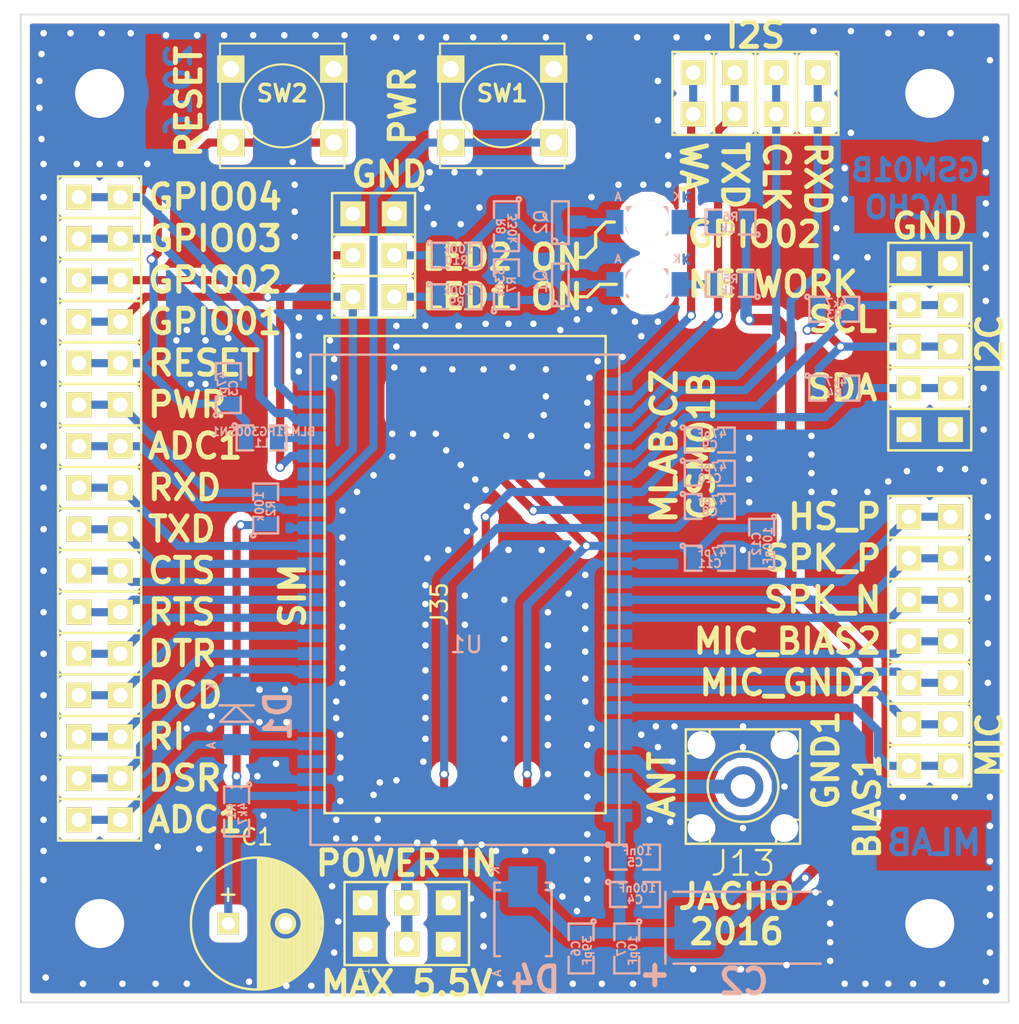
<source format=kicad_pcb>
(kicad_pcb (version 4) (host pcbnew "(2015-12-20 BZR 6390, Git 4e99c98)-product")
  (layers (0 F.Cu signal) (31 B.Cu signal) (34 B.Paste user) (35 F.Paste user) (36 B.SilkS user) (37 F.SilkS user) (38 B.Mask user) (39 F.Mask user) (44 Edge.Cuts user))
  (net 0 "")
  (net 1 GND)
  (net 2 "Net-(C1-Pad1)")
  (net 3 VCC)
  (net 4 /RESET)
  (net 5 "Net-(C8-Pad1)")
  (net 6 "Net-(C9-Pad1)")
  (net 7 "Net-(C10-Pad1)")
  (net 8 "Net-(C11-Pad1)")
  (net 9 /ADC1)
  (net 10 "Net-(D2-Pad1)")
  (net 11 "Net-(D2-Pad2)")
  (net 12 "Net-(D3-Pad1)")
  (net 13 "Net-(D3-Pad2)")
  (net 14 /PWR_ON)
  (net 15 /DSR)
  (net 16 /RI)
  (net 17 /DCD)
  (net 18 /DTR)
  (net 19 /RTS)
  (net 20 /CTS)
  (net 21 /TXD)
  (net 22 /RXD)
  (net 23 /HS_DET)
  (net 24 "Net-(J13-Pad1)")
  (net 25 /GPIO01)
  (net 26 /GPIO02)
  (net 27 /GPIO03)
  (net 28 /GPIO04)
  (net 29 /SPK_N)
  (net 30 /SPK_P)
  (net 31 /HS_P)
  (net 32 /I2S_RXD)
  (net 33 /I2S_CLK)
  (net 34 /I2S_TXD)
  (net 35 /I2S_WA)
  (net 36 /MIC_BIAS1)
  (net 37 /MIC_GND1)
  (net 38 /MIC_GND2)
  (net 39 /MIC_BIAS2)
  (net 40 "Net-(J30-Pad1)")
  (net 41 /SDA)
  (net 42 /SCL)
  (net 43 "Net-(J36-Pad2)")
  (net 44 "Net-(J37-Pad2)")
  (net 45 "Net-(L1-Pad2)")
  (net 46 "Net-(Q1-PadG)")
  (net 47 "Net-(Q2-PadG)")
  (net 48 /V_BCKP)
  (module Mlab_C:TantalC_SizeD_Reflow (layer B.Cu) (at 44.704 -4.826)
    (fp_text reference C2 (at -0.20066 3.29946) (layer B.SilkS) (effects (font (thickness 0.3048)) (justify mirror)))
    (fp_text value 470uF/6.3V hide)
    (fp_text user + (at -5.6515 2.79908) (layer B.SilkS) (effects (font (thickness 0.3048)) (justify mirror)))
    (pad 2 smd rect (at 3.175 0) (size 2.55016 2.70002) (layers B.Cu B.Paste B.Mask) (net 1 GND))
    (pad 1 smd rect (at -3.175 0) (size 2.55016 2.70002) (layers B.Cu B.Paste B.Mask) (net 3 VCC))
  )
  (module Mlab_R:SMD-0805 (layer B.Cu) (at 12.954 -37.846 90)
    (fp_text reference C3 (at 0 0.3175 90) (layer B.SilkS) (effects (font (size 0.50038 0.50038) (thickness 0.10922)) (justify mirror)))
    (fp_text value 47pF (at 0.127 -0.381 90) (layer B.SilkS) (effects (font (size 0.50038 0.50038) (thickness 0.10922)) (justify mirror)))
    (pad 1 smd rect (at -0.9525 0 90) (size 0.889 1.397) (layers B.Cu B.Paste B.Mask) (net 4 /RESET))
    (pad 2 smd rect (at 0.9525 0 90) (size 0.889 1.397) (layers B.Cu B.Paste B.Mask) (net 1 GND))
  )
  (module Mlab_R:SMD-0805 (layer B.Cu) (at 37.846 -6.858)
    (fp_text reference C4 (at 0 0.3175) (layer B.SilkS) (effects (font (size 0.50038 0.50038) (thickness 0.10922)) (justify mirror)))
    (fp_text value 100nF (at 0.127 -0.381) (layer B.SilkS) (effects (font (size 0.50038 0.50038) (thickness 0.10922)) (justify mirror)))
    (pad 1 smd rect (at -0.9525 0) (size 0.889 1.397) (layers B.Cu B.Paste B.Mask) (net 3 VCC))
    (pad 2 smd rect (at 0.9525 0) (size 0.889 1.397) (layers B.Cu B.Paste B.Mask) (net 1 GND))
  )
  (module Mlab_R:SMD-0805 (layer B.Cu) (at 37.846 -9.144)
    (fp_text reference C5 (at 0 0.3175) (layer B.SilkS) (effects (font (size 0.50038 0.50038) (thickness 0.10922)) (justify mirror)))
    (fp_text value 10nF (at 0.127 -0.381) (layer B.SilkS) (effects (font (size 0.50038 0.50038) (thickness 0.10922)) (justify mirror)))
    (pad 1 smd rect (at -0.9525 0) (size 0.889 1.397) (layers B.Cu B.Paste B.Mask) (net 3 VCC))
    (pad 2 smd rect (at 0.9525 0) (size 0.889 1.397) (layers B.Cu B.Paste B.Mask) (net 1 GND))
  )
  (module Mlab_R:SMD-0805 (layer B.Cu) (at 34.544 -3.556 270)
    (fp_text reference C6 (at 0 0.3175 270) (layer B.SilkS) (effects (font (size 0.50038 0.50038) (thickness 0.10922)) (justify mirror)))
    (fp_text value 39pF (at 0.127 -0.381 270) (layer B.SilkS) (effects (font (size 0.50038 0.50038) (thickness 0.10922)) (justify mirror)))
    (pad 1 smd rect (at -0.9525 0 270) (size 0.889 1.397) (layers B.Cu B.Paste B.Mask) (net 3 VCC))
    (pad 2 smd rect (at 0.9525 0 270) (size 0.889 1.397) (layers B.Cu B.Paste B.Mask) (net 1 GND))
  )
  (module Mlab_R:SMD-0805 (layer B.Cu) (at 37.338 -3.556 270)
    (fp_text reference C7 (at 0 0.3175 270) (layer B.SilkS) (effects (font (size 0.50038 0.50038) (thickness 0.10922)) (justify mirror)))
    (fp_text value 10pF (at 0.127 -0.381 270) (layer B.SilkS) (effects (font (size 0.50038 0.50038) (thickness 0.10922)) (justify mirror)))
    (pad 1 smd rect (at -0.9525 0 270) (size 0.889 1.397) (layers B.Cu B.Paste B.Mask) (net 3 VCC))
    (pad 2 smd rect (at 0.9525 0 270) (size 0.889 1.397) (layers B.Cu B.Paste B.Mask) (net 1 GND))
  )
  (module Mlab_R:SMD-0805 (layer B.Cu) (at 42.418 -30.607)
    (fp_text reference C8 (at 0 0.3175) (layer B.SilkS) (effects (font (size 0.50038 0.50038) (thickness 0.10922)) (justify mirror)))
    (fp_text value 47pF (at 0.127 -0.381) (layer B.SilkS) (effects (font (size 0.50038 0.50038) (thickness 0.10922)) (justify mirror)))
    (pad 1 smd rect (at -0.9525 0) (size 0.889 1.397) (layers B.Cu B.Paste B.Mask) (net 5 "Net-(C8-Pad1)"))
    (pad 2 smd rect (at 0.9525 0) (size 0.889 1.397) (layers B.Cu B.Paste B.Mask) (net 1 GND))
  )
  (module Mlab_R:SMD-0805 (layer B.Cu) (at 42.418 -34.671)
    (fp_text reference C9 (at 0 0.3175) (layer B.SilkS) (effects (font (size 0.50038 0.50038) (thickness 0.10922)) (justify mirror)))
    (fp_text value 47pF (at 0.127 -0.381) (layer B.SilkS) (effects (font (size 0.50038 0.50038) (thickness 0.10922)) (justify mirror)))
    (pad 1 smd rect (at -0.9525 0) (size 0.889 1.397) (layers B.Cu B.Paste B.Mask) (net 6 "Net-(C9-Pad1)"))
    (pad 2 smd rect (at 0.9525 0) (size 0.889 1.397) (layers B.Cu B.Paste B.Mask) (net 1 GND))
  )
  (module Mlab_R:SMD-0805 (layer B.Cu) (at 42.418 -32.639)
    (fp_text reference C10 (at 0 0.3175) (layer B.SilkS) (effects (font (size 0.50038 0.50038) (thickness 0.10922)) (justify mirror)))
    (fp_text value 47pF (at 0.127 -0.381) (layer B.SilkS) (effects (font (size 0.50038 0.50038) (thickness 0.10922)) (justify mirror)))
    (pad 1 smd rect (at -0.9525 0) (size 0.889 1.397) (layers B.Cu B.Paste B.Mask) (net 7 "Net-(C10-Pad1)"))
    (pad 2 smd rect (at 0.9525 0) (size 0.889 1.397) (layers B.Cu B.Paste B.Mask) (net 1 GND))
  )
  (module Mlab_R:SMD-0805 (layer B.Cu) (at 42.418 -27.432)
    (fp_text reference C11 (at 0 0.3175) (layer B.SilkS) (effects (font (size 0.50038 0.50038) (thickness 0.10922)) (justify mirror)))
    (fp_text value 47pF (at 0.127 -0.381) (layer B.SilkS) (effects (font (size 0.50038 0.50038) (thickness 0.10922)) (justify mirror)))
    (pad 1 smd rect (at -0.9525 0) (size 0.889 1.397) (layers B.Cu B.Paste B.Mask) (net 8 "Net-(C11-Pad1)"))
    (pad 2 smd rect (at 0.9525 0) (size 0.889 1.397) (layers B.Cu B.Paste B.Mask) (net 1 GND))
  )
  (module Mlab_R:SMD-0805 (layer B.Cu) (at 45.593 -28.321 270)
    (fp_text reference C12 (at 0 0.3175 270) (layer B.SilkS) (effects (font (size 0.50038 0.50038) (thickness 0.10922)) (justify mirror)))
    (fp_text value 100nF (at 0.127 -0.381 270) (layer B.SilkS) (effects (font (size 0.50038 0.50038) (thickness 0.10922)) (justify mirror)))
    (pad 1 smd rect (at -0.9525 0 270) (size 0.889 1.397) (layers B.Cu B.Paste B.Mask) (net 8 "Net-(C11-Pad1)"))
    (pad 2 smd rect (at 0.9525 0 270) (size 0.889 1.397) (layers B.Cu B.Paste B.Mask) (net 1 GND))
  )
  (module Mlab_D:Diode-MiniMELF_Standard (layer B.Cu) (at 13.462 -17.78 90)
    (fp_text reference D1 (at 0 2.54 90) (layer B.SilkS) (effects (font (thickness 0.3048)) (justify mirror)))
    (fp_text value BZV55C-3,6V hide)
    (fp_text user A (at -1.80086 -1.5494 90) (layer B.SilkS) (effects (font (size 0.50038 0.50038) (thickness 0.09906)) (justify mirror)))
    (fp_text user K (at 1.80086 -1.5494 90) (layer B.SilkS) (effects (font (size 0.50038 0.50038) (thickness 0.09906)) (justify mirror)))
    (pad 1 smd rect (at -1.75006 0 90) (size 1.30048 1.69926) (layers B.Cu B.Paste B.Mask) (net 9 /ADC1))
    (pad 2 smd rect (at 1.75006 0 90) (size 1.30048 1.69926) (layers B.Cu B.Paste B.Mask) (net 1 GND))
  )
  (module Mlab_D:LED_1206 (layer B.Cu) (at 38.608 -44.196)
    (fp_text reference D2 (at 0 0) (layer B.SilkS) (effects (font (thickness 0.3048)) (justify mirror)))
    (fp_text value LED hide)
    (fp_line (start 2.21488 -1.50622) (end 2.53492 -1.81102) (layer B.Cu) (width 0.15))
    (fp_line (start 2.25298 -1.52146) (end 2.5273 -1.24968) (layer B.Cu) (width 0.15))
    (fp_line (start 2.2225 -1.24968) (end 2.21742 -1.81864) (layer B.Cu) (width 0.15))
    (fp_text user A (at -1.80086 -1.5494) (layer B.SilkS) (effects (font (size 0.50038 0.50038) (thickness 0.09906)) (justify mirror)))
    (fp_text user K (at 1.80086 -1.5494) (layer B.SilkS) (effects (font (size 0.50038 0.50038) (thickness 0.09906)) (justify mirror)))
    (pad 1 smd rect (at -2 0) (size 1.05 1.5) (layers B.Cu B.Paste B.Mask) (net 10 "Net-(D2-Pad1)"))
    (pad 2 smd rect (at 2 0) (size 1.05 1.5) (layers B.Cu B.Paste B.Mask) (net 11 "Net-(D2-Pad2)"))
    (pad "" np_thru_hole circle (at 0 0) (size 2.7 2.7) (drill 2.7) (layers *.Cu *.Mask B.SilkS))
  )
  (module Mlab_D:LED_1206 (layer B.Cu) (at 38.608 -48.006)
    (fp_text reference D3 (at 0 0) (layer B.SilkS) (effects (font (thickness 0.3048)) (justify mirror)))
    (fp_text value LED hide)
    (fp_line (start 2.21488 -1.50622) (end 2.53492 -1.81102) (layer B.Cu) (width 0.15))
    (fp_line (start 2.25298 -1.52146) (end 2.5273 -1.24968) (layer B.Cu) (width 0.15))
    (fp_line (start 2.2225 -1.24968) (end 2.21742 -1.81864) (layer B.Cu) (width 0.15))
    (fp_text user A (at -1.80086 -1.5494) (layer B.SilkS) (effects (font (size 0.50038 0.50038) (thickness 0.09906)) (justify mirror)))
    (fp_text user K (at 1.80086 -1.5494) (layer B.SilkS) (effects (font (size 0.50038 0.50038) (thickness 0.09906)) (justify mirror)))
    (pad 1 smd rect (at -2 0) (size 1.05 1.5) (layers B.Cu B.Paste B.Mask) (net 12 "Net-(D3-Pad1)"))
    (pad 2 smd rect (at 2 0) (size 1.05 1.5) (layers B.Cu B.Paste B.Mask) (net 13 "Net-(D3-Pad2)"))
    (pad "" np_thru_hole circle (at 0 0) (size 2.7 2.7) (drill 2.7) (layers *.Cu *.Mask B.SilkS))
  )
  (module Mlab_D:Diode-SMA_Standard (layer B.Cu) (at 30.988 -5.334 90)
    (fp_text reference D4 (at -3.683 0.762 180) (layer B.SilkS) (effects (font (thickness 0.3048)) (justify mirror)))
    (fp_text value M4 hide)
    (fp_text user A (at -3.29946 -1.6002 90) (layer B.SilkS) (effects (font (size 0.50038 0.50038) (thickness 0.09906)) (justify mirror)))
    (fp_text user K (at 2.99974 -1.69926 90) (layer B.SilkS) (effects (font (size 0.50038 0.50038) (thickness 0.09906)) (justify mirror)))
    (pad 1 smd rect (at -1.99898 0 90) (size 2.49936 1.80086) (layers B.Cu B.Paste B.Mask) (net 1 GND))
    (pad 2 smd rect (at 1.99898 0 90) (size 2.49936 1.80086) (layers B.Cu B.Paste B.Mask) (net 3 VCC))
  )
  (module Mlab_Pin_Headers:Straight_1x02 (layer F.Cu) (at 5.08 -36.83 90)
    (fp_text reference J1 hide)
    (fp_text value JUMP_2x1 hide)
    (pad 2 thru_hole rect (at 0 1.27 90) (size 1.524 1.524) (drill 0.889) (layers *.Cu *.Mask F.SilkS) (net 14 /PWR_ON))
    (pad 1 thru_hole rect (at 0 -1.27 90) (size 1.524 1.524) (drill 0.889) (layers *.Cu *.Mask F.SilkS) (net 14 /PWR_ON))
  )
  (module Mlab_Pin_Headers:Straight_1x02 (layer F.Cu) (at 5.08 -39.37 90)
    (fp_text reference J2 hide)
    (fp_text value JUMP_2x1 hide)
    (pad 2 thru_hole rect (at 0 1.27 90) (size 1.524 1.524) (drill 0.889) (layers *.Cu *.Mask F.SilkS) (net 4 /RESET))
    (pad 1 thru_hole rect (at 0 -1.27 90) (size 1.524 1.524) (drill 0.889) (layers *.Cu *.Mask F.SilkS) (net 4 /RESET))
  )
  (module Mlab_Pin_Headers:Straight_1x02 (layer F.Cu) (at 5.08 -13.97 90)
    (fp_text reference J3 hide)
    (fp_text value JUMP_2x1 hide)
    (pad 2 thru_hole rect (at 0 1.27 90) (size 1.524 1.524) (drill 0.889) (layers *.Cu *.Mask F.SilkS) (net 15 /DSR))
    (pad 1 thru_hole rect (at 0 -1.27 90) (size 1.524 1.524) (drill 0.889) (layers *.Cu *.Mask F.SilkS) (net 15 /DSR))
  )
  (module Mlab_Pin_Headers:Straight_1x02 (layer F.Cu) (at 5.08 -16.51 90)
    (fp_text reference J4 hide)
    (fp_text value JUMP_2x1 hide)
    (pad 2 thru_hole rect (at 0 1.27 90) (size 1.524 1.524) (drill 0.889) (layers *.Cu *.Mask F.SilkS) (net 16 /RI))
    (pad 1 thru_hole rect (at 0 -1.27 90) (size 1.524 1.524) (drill 0.889) (layers *.Cu *.Mask F.SilkS) (net 16 /RI))
  )
  (module Mlab_Pin_Headers:Straight_1x02 (layer F.Cu) (at 5.08 -19.05 90)
    (fp_text reference J5 hide)
    (fp_text value JUMP_2x1 hide)
    (pad 2 thru_hole rect (at 0 1.27 90) (size 1.524 1.524) (drill 0.889) (layers *.Cu *.Mask F.SilkS) (net 17 /DCD))
    (pad 1 thru_hole rect (at 0 -1.27 90) (size 1.524 1.524) (drill 0.889) (layers *.Cu *.Mask F.SilkS) (net 17 /DCD))
  )
  (module Mlab_Pin_Headers:Straight_1x02 (layer F.Cu) (at 5.08 -21.59 90)
    (fp_text reference J6 hide)
    (fp_text value JUMP_2x1 hide)
    (pad 2 thru_hole rect (at 0 1.27 90) (size 1.524 1.524) (drill 0.889) (layers *.Cu *.Mask F.SilkS) (net 18 /DTR))
    (pad 1 thru_hole rect (at 0 -1.27 90) (size 1.524 1.524) (drill 0.889) (layers *.Cu *.Mask F.SilkS) (net 18 /DTR))
  )
  (module Mlab_Pin_Headers:Straight_1x02 (layer F.Cu) (at 5.08 -24.13 90)
    (fp_text reference J7 hide)
    (fp_text value JUMP_2x1 hide)
    (pad 2 thru_hole rect (at 0 1.27 90) (size 1.524 1.524) (drill 0.889) (layers *.Cu *.Mask F.SilkS) (net 19 /RTS))
    (pad 1 thru_hole rect (at 0 -1.27 90) (size 1.524 1.524) (drill 0.889) (layers *.Cu *.Mask F.SilkS) (net 19 /RTS))
  )
  (module Mlab_Pin_Headers:Straight_1x02 (layer F.Cu) (at 5.08 -26.67 90)
    (fp_text reference J8 hide)
    (fp_text value JUMP_2x1 hide)
    (pad 2 thru_hole rect (at 0 1.27 90) (size 1.524 1.524) (drill 0.889) (layers *.Cu *.Mask F.SilkS) (net 20 /CTS))
    (pad 1 thru_hole rect (at 0 -1.27 90) (size 1.524 1.524) (drill 0.889) (layers *.Cu *.Mask F.SilkS) (net 20 /CTS))
  )
  (module Mlab_Pin_Headers:Straight_1x02 (layer F.Cu) (at 5.08 -29.21 90)
    (fp_text reference J9 hide)
    (fp_text value JUMP_2x1 hide)
    (pad 2 thru_hole rect (at 0 1.27 90) (size 1.524 1.524) (drill 0.889) (layers *.Cu *.Mask F.SilkS) (net 21 /TXD))
    (pad 1 thru_hole rect (at 0 -1.27 90) (size 1.524 1.524) (drill 0.889) (layers *.Cu *.Mask F.SilkS) (net 21 /TXD))
  )
  (module Mlab_Pin_Headers:Straight_1x02 (layer F.Cu) (at 5.08 -31.75 90)
    (fp_text reference J10 hide)
    (fp_text value JUMP_2x1 hide)
    (pad 2 thru_hole rect (at 0 1.27 90) (size 1.524 1.524) (drill 0.889) (layers *.Cu *.Mask F.SilkS) (net 22 /RXD))
    (pad 1 thru_hole rect (at 0 -1.27 90) (size 1.524 1.524) (drill 0.889) (layers *.Cu *.Mask F.SilkS) (net 22 /RXD))
  )
  (module Mlab_Pin_Headers:Straight_1x02 (layer F.Cu) (at 5.08 -34.29 90)
    (fp_text reference J11 hide)
    (fp_text value JUMP_2x1 hide)
    (pad 2 thru_hole rect (at 0 1.27 90) (size 1.524 1.524) (drill 0.889) (layers *.Cu *.Mask F.SilkS) (net 23 /HS_DET))
    (pad 1 thru_hole rect (at 0 -1.27 90) (size 1.524 1.524) (drill 0.889) (layers *.Cu *.Mask F.SilkS) (net 23 /HS_DET))
  )
  (module Mlab_Pin_Headers:Straight_1x02 (layer F.Cu) (at 21.844 -48.514 90)
    (fp_text reference J12 hide)
    (fp_text value JUMP_2x1 hide)
    (pad 2 thru_hole rect (at 0 1.27 90) (size 1.524 1.524) (drill 0.889) (layers *.Cu *.Mask F.SilkS) (net 1 GND))
    (pad 1 thru_hole rect (at 0 -1.27 90) (size 1.524 1.524) (drill 0.889) (layers *.Cu *.Mask F.SilkS) (net 1 GND))
  )
  (module Mlab_Con:SMA6251A13G50 (layer F.Cu) (at 44.45 -13.462)
    (fp_text reference J13 (at 0 4.699) (layer F.SilkS) (effects (font (size 1.5 1.5))))
    (fp_text value SMA hide)
    (pad 1 thru_hole circle (at 0 0 180) (size 2.5 2.5) (drill 1.5) (layers *.Cu *.Mask) (net 24 "Net-(J13-Pad1)"))
    (pad 2 thru_hole circle (at 2.54 2.54 180) (size 2.7 2.7) (drill 1.7) (layers *.Cu *.Mask) (net 1 GND))
    (pad 2 thru_hole circle (at -2.54 2.54 180) (size 2.7 2.7) (drill 1.7) (layers *.Cu *.Mask) (net 1 GND))
    (pad 2 thru_hole circle (at -2.54 -2.54 180) (size 2.7 2.7) (drill 1.7) (layers *.Cu *.Mask) (net 1 GND))
    (pad 2 thru_hole circle (at 2.54 -2.54 180) (size 2.7 2.7) (drill 1.7) (layers *.Cu *.Mask) (net 1 GND))
  )
  (module Mlab_Pin_Headers:Straight_1x02 (layer F.Cu) (at 5.08 -11.43 90)
    (fp_text reference J14 hide)
    (fp_text value JUMP_2x1 hide)
    (pad 2 thru_hole rect (at 0 1.27 90) (size 1.524 1.524) (drill 0.889) (layers *.Cu *.Mask F.SilkS) (net 9 /ADC1))
    (pad 1 thru_hole rect (at 0 -1.27 90) (size 1.524 1.524) (drill 0.889) (layers *.Cu *.Mask F.SilkS) (net 9 /ADC1))
  )
  (module Mlab_Pin_Headers:Straight_1x02 (layer F.Cu) (at 5.08 -41.91 90)
    (fp_text reference J15 hide)
    (fp_text value JUMP_2x1 hide)
    (pad 2 thru_hole rect (at 0 1.27 90) (size 1.524 1.524) (drill 0.889) (layers *.Cu *.Mask F.SilkS) (net 25 /GPIO01))
    (pad 1 thru_hole rect (at 0 -1.27 90) (size 1.524 1.524) (drill 0.889) (layers *.Cu *.Mask F.SilkS) (net 25 /GPIO01))
  )
  (module Mlab_Pin_Headers:Straight_1x02 (layer F.Cu) (at 5.08 -44.45 90)
    (fp_text reference J16 hide)
    (fp_text value JUMP_2x1 hide)
    (pad 2 thru_hole rect (at 0 1.27 90) (size 1.524 1.524) (drill 0.889) (layers *.Cu *.Mask F.SilkS) (net 26 /GPIO02))
    (pad 1 thru_hole rect (at 0 -1.27 90) (size 1.524 1.524) (drill 0.889) (layers *.Cu *.Mask F.SilkS) (net 26 /GPIO02))
  )
  (module Mlab_Pin_Headers:Straight_1x02 (layer F.Cu) (at 5.08 -46.99 90)
    (fp_text reference J17 hide)
    (fp_text value JUMP_2x1 hide)
    (pad 2 thru_hole rect (at 0 1.27 90) (size 1.524 1.524) (drill 0.889) (layers *.Cu *.Mask F.SilkS) (net 27 /GPIO03))
    (pad 1 thru_hole rect (at 0 -1.27 90) (size 1.524 1.524) (drill 0.889) (layers *.Cu *.Mask F.SilkS) (net 27 /GPIO03))
  )
  (module Mlab_Pin_Headers:Straight_1x02 (layer F.Cu) (at 5.08 -49.53 90)
    (fp_text reference J18 hide)
    (fp_text value JUMP_2x1 hide)
    (pad 2 thru_hole rect (at 0 1.27 90) (size 1.524 1.524) (drill 0.889) (layers *.Cu *.Mask F.SilkS) (net 28 /GPIO04))
    (pad 1 thru_hole rect (at 0 -1.27 90) (size 1.524 1.524) (drill 0.889) (layers *.Cu *.Mask F.SilkS) (net 28 /GPIO04))
  )
  (module Mlab_Pin_Headers:Straight_1x02 (layer F.Cu) (at 55.88 -24.892 90)
    (fp_text reference J19 hide)
    (fp_text value JUMP_2x1 hide)
    (pad 2 thru_hole rect (at 0 1.27 90) (size 1.524 1.524) (drill 0.889) (layers *.Cu *.Mask F.SilkS) (net 29 /SPK_N))
    (pad 1 thru_hole rect (at 0 -1.27 90) (size 1.524 1.524) (drill 0.889) (layers *.Cu *.Mask F.SilkS) (net 29 /SPK_N))
  )
  (module Mlab_Pin_Headers:Straight_1x02 (layer F.Cu) (at 55.88 -27.432 90)
    (fp_text reference J20 hide)
    (fp_text value JUMP_2x1 hide)
    (pad 2 thru_hole rect (at 0 1.27 90) (size 1.524 1.524) (drill 0.889) (layers *.Cu *.Mask F.SilkS) (net 30 /SPK_P))
    (pad 1 thru_hole rect (at 0 -1.27 90) (size 1.524 1.524) (drill 0.889) (layers *.Cu *.Mask F.SilkS) (net 30 /SPK_P))
  )
  (module Mlab_Pin_Headers:Straight_1x02 (layer F.Cu) (at 55.88 -29.972 90)
    (fp_text reference J21 hide)
    (fp_text value JUMP_2x1 hide)
    (pad 2 thru_hole rect (at 0 1.27 90) (size 1.524 1.524) (drill 0.889) (layers *.Cu *.Mask F.SilkS) (net 31 /HS_P))
    (pad 1 thru_hole rect (at 0 -1.27 90) (size 1.524 1.524) (drill 0.889) (layers *.Cu *.Mask F.SilkS) (net 31 /HS_P))
  )
  (module Mlab_Pin_Headers:Straight_1x02 (layer F.Cu) (at 49.022 -55.88 180)
    (fp_text reference J22 hide)
    (fp_text value JUMP_2x1 hide)
    (pad 2 thru_hole rect (at 0 1.27 180) (size 1.524 1.524) (drill 0.889) (layers *.Cu *.Mask F.SilkS) (net 32 /I2S_RXD))
    (pad 1 thru_hole rect (at 0 -1.27 180) (size 1.524 1.524) (drill 0.889) (layers *.Cu *.Mask F.SilkS) (net 32 /I2S_RXD))
  )
  (module Mlab_Pin_Headers:Straight_1x02 (layer F.Cu) (at 46.482 -55.88 180)
    (fp_text reference J23 hide)
    (fp_text value JUMP_2x1 hide)
    (pad 2 thru_hole rect (at 0 1.27 180) (size 1.524 1.524) (drill 0.889) (layers *.Cu *.Mask F.SilkS) (net 33 /I2S_CLK))
    (pad 1 thru_hole rect (at 0 -1.27 180) (size 1.524 1.524) (drill 0.889) (layers *.Cu *.Mask F.SilkS) (net 33 /I2S_CLK))
  )
  (module Mlab_Pin_Headers:Straight_1x02 (layer F.Cu) (at 43.942 -55.88 180)
    (fp_text reference J24 hide)
    (fp_text value JUMP_2x1 hide)
    (pad 2 thru_hole rect (at 0 1.27 180) (size 1.524 1.524) (drill 0.889) (layers *.Cu *.Mask F.SilkS) (net 34 /I2S_TXD))
    (pad 1 thru_hole rect (at 0 -1.27 180) (size 1.524 1.524) (drill 0.889) (layers *.Cu *.Mask F.SilkS) (net 34 /I2S_TXD))
  )
  (module Mlab_Pin_Headers:Straight_1x02 (layer F.Cu) (at 41.402 -55.88 180)
    (fp_text reference J25 hide)
    (fp_text value JUMP_2x1 hide)
    (pad 2 thru_hole rect (at 0 1.27 180) (size 1.524 1.524) (drill 0.889) (layers *.Cu *.Mask F.SilkS) (net 35 /I2S_WA))
    (pad 1 thru_hole rect (at 0 -1.27 180) (size 1.524 1.524) (drill 0.889) (layers *.Cu *.Mask F.SilkS) (net 35 /I2S_WA))
  )
  (module Mlab_Pin_Headers:Straight_1x02 (layer F.Cu) (at 55.88 -14.732 90)
    (fp_text reference J26 hide)
    (fp_text value JUMP_2x1 hide)
    (pad 2 thru_hole rect (at 0 1.27 90) (size 1.524 1.524) (drill 0.889) (layers *.Cu *.Mask F.SilkS) (net 36 /MIC_BIAS1))
    (pad 1 thru_hole rect (at 0 -1.27 90) (size 1.524 1.524) (drill 0.889) (layers *.Cu *.Mask F.SilkS) (net 36 /MIC_BIAS1))
  )
  (module Mlab_Pin_Headers:Straight_1x02 (layer F.Cu) (at 55.88 -17.272 90)
    (fp_text reference J27 hide)
    (fp_text value JUMP_2x1 hide)
    (pad 2 thru_hole rect (at 0 1.27 90) (size 1.524 1.524) (drill 0.889) (layers *.Cu *.Mask F.SilkS) (net 37 /MIC_GND1))
    (pad 1 thru_hole rect (at 0 -1.27 90) (size 1.524 1.524) (drill 0.889) (layers *.Cu *.Mask F.SilkS) (net 37 /MIC_GND1))
  )
  (module Mlab_Pin_Headers:Straight_1x02 (layer F.Cu) (at 55.88 -19.812 90)
    (fp_text reference J28 hide)
    (fp_text value JUMP_2x1 hide)
    (pad 2 thru_hole rect (at 0 1.27 90) (size 1.524 1.524) (drill 0.889) (layers *.Cu *.Mask F.SilkS) (net 38 /MIC_GND2))
    (pad 1 thru_hole rect (at 0 -1.27 90) (size 1.524 1.524) (drill 0.889) (layers *.Cu *.Mask F.SilkS) (net 38 /MIC_GND2))
  )
  (module Mlab_Pin_Headers:Straight_1x02 (layer F.Cu) (at 55.88 -22.352 90)
    (fp_text reference J29 hide)
    (fp_text value JUMP_2x1 hide)
    (pad 2 thru_hole rect (at 0 1.27 90) (size 1.524 1.524) (drill 0.889) (layers *.Cu *.Mask F.SilkS) (net 39 /MIC_BIAS2))
    (pad 1 thru_hole rect (at 0 -1.27 90) (size 1.524 1.524) (drill 0.889) (layers *.Cu *.Mask F.SilkS) (net 39 /MIC_BIAS2))
  )
  (module Mlab_Pin_Headers:Straight_1x02 (layer F.Cu) (at 55.88 -40.386 90)
    (fp_text reference J30 hide)
    (fp_text value JUMP_2x1 hide)
    (pad 2 thru_hole rect (at 0 1.27 90) (size 1.524 1.524) (drill 0.889) (layers *.Cu *.Mask F.SilkS) (net 40 "Net-(J30-Pad1)"))
    (pad 1 thru_hole rect (at 0 -1.27 90) (size 1.524 1.524) (drill 0.889) (layers *.Cu *.Mask F.SilkS) (net 40 "Net-(J30-Pad1)"))
  )
  (module Mlab_Pin_Headers:Straight_1x02 (layer F.Cu) (at 55.88 -37.846 90)
    (fp_text reference J31 hide)
    (fp_text value JUMP_2x1 hide)
    (pad 2 thru_hole rect (at 0 1.27 90) (size 1.524 1.524) (drill 0.889) (layers *.Cu *.Mask F.SilkS) (net 41 /SDA))
    (pad 1 thru_hole rect (at 0 -1.27 90) (size 1.524 1.524) (drill 0.889) (layers *.Cu *.Mask F.SilkS) (net 41 /SDA))
  )
  (module Mlab_Pin_Headers:Straight_1x02 (layer F.Cu) (at 55.88 -42.926 90)
    (fp_text reference J32 hide)
    (fp_text value JUMP_2x1 hide)
    (pad 2 thru_hole rect (at 0 1.27 90) (size 1.524 1.524) (drill 0.889) (layers *.Cu *.Mask F.SilkS) (net 42 /SCL))
    (pad 1 thru_hole rect (at 0 -1.27 90) (size 1.524 1.524) (drill 0.889) (layers *.Cu *.Mask F.SilkS) (net 42 /SCL))
  )
  (module Mlab_Pin_Headers:Straight_1x02 (layer F.Cu) (at 55.88 -45.466 90)
    (fp_text reference J33 hide)
    (fp_text value JUMP_2x1 hide)
    (pad 2 thru_hole rect (at 0 1.27 90) (size 1.524 1.524) (drill 0.889) (layers *.Cu *.Mask F.SilkS) (net 1 GND))
    (pad 1 thru_hole rect (at 0 -1.27 90) (size 1.524 1.524) (drill 0.889) (layers *.Cu *.Mask F.SilkS) (net 1 GND))
  )
  (module Mlab_Pin_Headers:Straight_1x02 (layer F.Cu) (at 55.88 -35.306 90)
    (fp_text reference J34 hide)
    (fp_text value JUMP_2x1 hide)
    (pad 2 thru_hole rect (at 0 1.27 90) (size 1.524 1.524) (drill 0.889) (layers *.Cu *.Mask F.SilkS) (net 1 GND))
    (pad 1 thru_hole rect (at 0 -1.27 90) (size 1.524 1.524) (drill 0.889) (layers *.Cu *.Mask F.SilkS) (net 1 GND))
  )
  (module Mlab_Con:SIMCN-8P (layer F.Cu) (at 27.4447 -24.4348 90)
    (fp_text reference J35 (at 0.1905 -1.5748 90) (layer F.SilkS))
    (fp_text value SIM)
    (pad 1 smd trapezoid (at -12.6 3.81 90) (size 2 1.2) (layers F.Cu F.Paste F.Mask) (net 8 "Net-(C11-Pad1)"))
    (pad 2 smd trapezoid (at -12.6 -1.27 90) (size 2 1.2) (layers F.Cu F.Paste F.Mask) (net 5 "Net-(C8-Pad1)"))
    (pad 3 smd trapezoid (at -12.6 1.27 90) (size 2 1.2) (layers F.Cu F.Paste F.Mask) (net 6 "Net-(C9-Pad1)"))
    (pad 4 smd trapezoid (at -12.6 -3.81 90) (size 2 1.2) (layers F.Cu F.Paste F.Mask))
    (pad 5 smd trapezoid (at 12.6 3.81 90) (size 2 1.2) (layers F.Cu F.Paste F.Mask) (net 1 GND))
    (pad 6 smd trapezoid (at 12.6 1.27 90) (size 2 1.2) (layers F.Cu F.Paste F.Mask) (net 8 "Net-(C11-Pad1)"))
    (pad 7 smd trapezoid (at 12.6 -1.27 90) (size 2 1.2) (layers F.Cu F.Paste F.Mask) (net 7 "Net-(C10-Pad1)"))
    (pad 8 smd trapezoid (at 12.6 -3.81 90) (size 2 1.2) (layers F.Cu F.Paste F.Mask))
  )
  (module Mlab_Pin_Headers:Straight_1x02 (layer F.Cu) (at 21.844 -43.434 90)
    (fp_text reference J36 hide)
    (fp_text value JUMP2_2x1 hide)
    (pad 2 thru_hole rect (at 0 1.27 90) (size 1.524 1.524) (drill 0.889) (layers *.Cu *.Mask F.SilkS) (net 43 "Net-(J36-Pad2)"))
    (pad 1 thru_hole rect (at 0 -1.27 90) (size 1.524 1.524) (drill 0.889) (layers *.Cu *.Mask F.SilkS) (net 25 /GPIO01))
  )
  (module Mlab_Pin_Headers:Straight_1x02 (layer F.Cu) (at 21.844 -45.974 90)
    (fp_text reference J37 hide)
    (fp_text value JUMP2_2x1 hide)
    (pad 2 thru_hole rect (at 0 1.27 90) (size 1.524 1.524) (drill 0.889) (layers *.Cu *.Mask F.SilkS) (net 44 "Net-(J37-Pad2)"))
    (pad 1 thru_hole rect (at 0 -1.27 90) (size 1.524 1.524) (drill 0.889) (layers *.Cu *.Mask F.SilkS) (net 26 /GPIO02))
  )
  (module Mlab_Pin_Headers:Straight_2x03 (layer F.Cu) (at 23.876 -5.08 90)
    (fp_text reference J38 hide)
    (fp_text value JUMP_3X2 hide)
    (fp_text user 1 (at -2.921 -2.54 90) (layer F.SilkS) (effects (font (size 0.5 0.5) (thickness 0.05))))
    (pad 1 thru_hole rect (at -1.27 -2.54 90) (size 1.524 1.524) (drill 0.889) (layers *.Cu *.Mask F.SilkS) (net 1 GND))
    (pad 2 thru_hole rect (at 1.27 -2.54 90) (size 1.524 1.524) (drill 0.889) (layers *.Cu *.Mask F.SilkS) (net 1 GND))
    (pad 3 thru_hole rect (at -1.27 0 90) (size 1.524 1.524) (drill 0.889) (layers *.Cu *.Mask F.SilkS) (net 3 VCC))
    (pad 4 thru_hole rect (at 1.27 0 90) (size 1.524 1.524) (drill 0.889) (layers *.Cu *.Mask F.SilkS) (net 3 VCC))
    (pad 5 thru_hole rect (at -1.27 2.54 90) (size 1.524 1.524) (drill 0.889) (layers *.Cu *.Mask F.SilkS) (net 1 GND))
    (pad 6 thru_hole rect (at 1.27 2.54 90) (size 1.524 1.524) (drill 0.889) (layers *.Cu *.Mask F.SilkS) (net 1 GND))
  )
  (module Mlab_R:SMD-0805 (layer B.Cu) (at 14.986 -34.798)
    (fp_text reference L1 (at 0 0.3175) (layer B.SilkS) (effects (font (size 0.50038 0.50038) (thickness 0.10922)) (justify mirror)))
    (fp_text value BLM21PG300SN1 (at 0.127 -0.381) (layer B.SilkS) (effects (font (size 0.50038 0.50038) (thickness 0.10922)) (justify mirror)))
    (pad 1 smd rect (at -0.9525 0) (size 0.889 1.397) (layers B.Cu B.Paste B.Mask) (net 4 /RESET))
    (pad 2 smd rect (at 0.9525 0) (size 0.889 1.397) (layers B.Cu B.Paste B.Mask) (net 45 "Net-(L1-Pad2)"))
  )
  (module Mlab_Mechanical:MountingHole_3mm (layer F.Cu) (at 5.08 -55.88)
    (fp_text reference M1 hide)
    (fp_text value HOLE hide)
    (pad 1 thru_hole circle (at 0 0) (size 6 6) (drill 3) (layers *.Cu *.Adhes *.Mask) (net 1 GND) (clearance 1))
  )
  (module Mlab_Mechanical:MountingHole_3mm (layer F.Cu) (at 55.88 -5.08)
    (fp_text reference M2 hide)
    (fp_text value HOLE hide)
    (pad 1 thru_hole circle (at 0 0) (size 6 6) (drill 3) (layers *.Cu *.Adhes *.Mask) (net 1 GND) (clearance 1))
  )
  (module Mlab_Mechanical:MountingHole_3mm (layer F.Cu) (at 55.88 -55.88)
    (fp_text reference M3 hide)
    (fp_text value HOLE hide)
    (pad 1 thru_hole circle (at 0 0) (size 6 6) (drill 3) (layers *.Cu *.Adhes *.Mask) (net 1 GND) (clearance 1))
  )
  (module Mlab_Mechanical:MountingHole_3mm (layer F.Cu) (at 5.08 -5.08)
    (fp_text reference M4 hide)
    (fp_text value HOLE hide)
    (pad 1 thru_hole circle (at 0 0) (size 6 6) (drill 3) (layers *.Cu *.Adhes *.Mask) (net 1 GND) (clearance 1))
  )
  (module Mlab_T:SOT-23 (layer B.Cu) (at 33.274 -44.196 90)
    (fp_text reference Q1 (at 0.1905 -1.2065 90) (layer B.SilkS) (effects (font (size 0.762 0.762) (thickness 0.11938)) (justify mirror)))
    (fp_text value MMBF170LT1G hide)
    (pad D smd rect (at 0 1.09982 90) (size 0.8001 1.00076) (layers B.Cu B.Paste B.Mask) (net 10 "Net-(D2-Pad1)"))
    (pad S smd rect (at 0.9525 -1.09982 90) (size 0.8001 1.00076) (layers B.Cu B.Paste B.Mask) (net 1 GND))
    (pad G smd rect (at -0.9525 -1.09982 90) (size 0.8001 1.00076) (layers B.Cu B.Paste B.Mask) (net 46 "Net-(Q1-PadG)"))
  )
  (module Mlab_T:SOT-23 (layer B.Cu) (at 33.274 -48.006 90)
    (fp_text reference Q2 (at 0 -1.2065 90) (layer B.SilkS) (effects (font (size 0.762 0.762) (thickness 0.11938)) (justify mirror)))
    (fp_text value MMBF170LT1G hide)
    (pad D smd rect (at 0 1.09982 90) (size 0.8001 1.00076) (layers B.Cu B.Paste B.Mask) (net 12 "Net-(D3-Pad1)"))
    (pad S smd rect (at 0.9525 -1.09982 90) (size 0.8001 1.00076) (layers B.Cu B.Paste B.Mask) (net 1 GND))
    (pad G smd rect (at -0.9525 -1.09982 90) (size 0.8001 1.00076) (layers B.Cu B.Paste B.Mask) (net 47 "Net-(Q2-PadG)"))
  )
  (module Mlab_R:SMD-0805 (layer B.Cu) (at 13.462 -11.938 270)
    (fp_text reference R1 (at 0 0.3175 270) (layer B.SilkS) (effects (font (size 0.50038 0.50038) (thickness 0.10922)) (justify mirror)))
    (fp_text value 4k7 (at 0.127 -0.381 270) (layer B.SilkS) (effects (font (size 0.50038 0.50038) (thickness 0.10922)) (justify mirror)))
    (pad 1 smd rect (at -0.9525 0 270) (size 0.889 1.397) (layers B.Cu B.Paste B.Mask) (net 48 /V_BCKP))
    (pad 2 smd rect (at 0.9525 0 270) (size 0.889 1.397) (layers B.Cu B.Paste B.Mask) (net 2 "Net-(C1-Pad1)"))
  )
  (module Mlab_R:SMD-0805 (layer B.Cu) (at 15.24 -30.48 90)
    (fp_text reference R2 (at 0 0.3175 90) (layer B.SilkS) (effects (font (size 0.50038 0.50038) (thickness 0.10922)) (justify mirror)))
    (fp_text value 100k (at 0.127 -0.381 90) (layer B.SilkS) (effects (font (size 0.50038 0.50038) (thickness 0.10922)) (justify mirror)))
    (pad 1 smd rect (at -0.9525 0 90) (size 0.889 1.397) (layers B.Cu B.Paste B.Mask) (net 48 /V_BCKP))
    (pad 2 smd rect (at 0.9525 0 90) (size 0.889 1.397) (layers B.Cu B.Paste B.Mask) (net 14 /PWR_ON))
  )
  (module Mlab_R:SMD-0805 (layer B.Cu) (at 50.038 -42.672)
    (fp_text reference R3 (at 0 0.3175) (layer B.SilkS) (effects (font (size 0.50038 0.50038) (thickness 0.10922)) (justify mirror)))
    (fp_text value 4k7 (at 0.127 -0.381) (layer B.SilkS) (effects (font (size 0.50038 0.50038) (thickness 0.10922)) (justify mirror)))
    (pad 1 smd rect (at -0.9525 0) (size 0.889 1.397) (layers B.Cu B.Paste B.Mask) (net 40 "Net-(J30-Pad1)"))
    (pad 2 smd rect (at 0.9525 0) (size 0.889 1.397) (layers B.Cu B.Paste B.Mask) (net 42 /SCL))
  )
  (module Mlab_R:SMD-0805 (layer B.Cu) (at 50.038 -37.846)
    (fp_text reference R4 (at 0 0.3175) (layer B.SilkS) (effects (font (size 0.50038 0.50038) (thickness 0.10922)) (justify mirror)))
    (fp_text value 4k7 (at 0.127 -0.381) (layer B.SilkS) (effects (font (size 0.50038 0.50038) (thickness 0.10922)) (justify mirror)))
    (pad 1 smd rect (at -0.9525 0) (size 0.889 1.397) (layers B.Cu B.Paste B.Mask) (net 40 "Net-(J30-Pad1)"))
    (pad 2 smd rect (at 0.9525 0) (size 0.889 1.397) (layers B.Cu B.Paste B.Mask) (net 41 /SDA))
  )
  (module Mlab_R:SMD-0805 (layer B.Cu) (at 43.688 -44.196 180)
    (fp_text reference R5 (at 0 0.3175 180) (layer B.SilkS) (effects (font (size 0.50038 0.50038) (thickness 0.10922)) (justify mirror)))
    (fp_text value 1k (at 0.127 -0.381 180) (layer B.SilkS) (effects (font (size 0.50038 0.50038) (thickness 0.10922)) (justify mirror)))
    (pad 1 smd rect (at -0.9525 0 180) (size 0.889 1.397) (layers B.Cu B.Paste B.Mask) (net 3 VCC))
    (pad 2 smd rect (at 0.9525 0 180) (size 0.889 1.397) (layers B.Cu B.Paste B.Mask) (net 11 "Net-(D2-Pad2)"))
  )
  (module Mlab_R:SMD-0805 (layer B.Cu) (at 43.688 -48.006 180)
    (fp_text reference R6 (at 0 0.3175 180) (layer B.SilkS) (effects (font (size 0.50038 0.50038) (thickness 0.10922)) (justify mirror)))
    (fp_text value 1k (at 0.127 -0.381 180) (layer B.SilkS) (effects (font (size 0.50038 0.50038) (thickness 0.10922)) (justify mirror)))
    (pad 1 smd rect (at -0.9525 0 180) (size 0.889 1.397) (layers B.Cu B.Paste B.Mask) (net 3 VCC))
    (pad 2 smd rect (at 0.9525 0 180) (size 0.889 1.397) (layers B.Cu B.Paste B.Mask) (net 13 "Net-(D3-Pad2)"))
  )
  (module Mlab_R:SMD-0805 (layer B.Cu) (at 29.972 -44.196 90)
    (fp_text reference R7 (at 0 0.3175 90) (layer B.SilkS) (effects (font (size 0.50038 0.50038) (thickness 0.10922)) (justify mirror)))
    (fp_text value 330k (at 0.127 -0.381 90) (layer B.SilkS) (effects (font (size 0.50038 0.50038) (thickness 0.10922)) (justify mirror)))
    (pad 1 smd rect (at -0.9525 0 90) (size 0.889 1.397) (layers B.Cu B.Paste B.Mask) (net 46 "Net-(Q1-PadG)"))
    (pad 2 smd rect (at 0.9525 0 90) (size 0.889 1.397) (layers B.Cu B.Paste B.Mask) (net 1 GND))
  )
  (module Mlab_R:SMD-0805 (layer B.Cu) (at 29.972 -47.752 270)
    (fp_text reference R8 (at 0 0.3175 270) (layer B.SilkS) (effects (font (size 0.50038 0.50038) (thickness 0.10922)) (justify mirror)))
    (fp_text value 330k (at 0.127 -0.381 270) (layer B.SilkS) (effects (font (size 0.50038 0.50038) (thickness 0.10922)) (justify mirror)))
    (pad 1 smd rect (at -0.9525 0 270) (size 0.889 1.397) (layers B.Cu B.Paste B.Mask) (net 47 "Net-(Q2-PadG)"))
    (pad 2 smd rect (at 0.9525 0 270) (size 0.889 1.397) (layers B.Cu B.Paste B.Mask) (net 1 GND))
  )
  (module Mlab_R:SMD-0805 (layer B.Cu) (at 26.924 -43.434)
    (fp_text reference R9 (at 0 0.3175) (layer B.SilkS) (effects (font (size 0.50038 0.50038) (thickness 0.10922)) (justify mirror)))
    (fp_text value 100k (at 0.127 -0.381) (layer B.SilkS) (effects (font (size 0.50038 0.50038) (thickness 0.10922)) (justify mirror)))
    (pad 1 smd rect (at -0.9525 0) (size 0.889 1.397) (layers B.Cu B.Paste B.Mask) (net 43 "Net-(J36-Pad2)"))
    (pad 2 smd rect (at 0.9525 0) (size 0.889 1.397) (layers B.Cu B.Paste B.Mask) (net 46 "Net-(Q1-PadG)"))
  )
  (module Mlab_R:SMD-0805 (layer B.Cu) (at 26.924 -45.974)
    (fp_text reference R10 (at 0 0.3175) (layer B.SilkS) (effects (font (size 0.50038 0.50038) (thickness 0.10922)) (justify mirror)))
    (fp_text value 100k (at 0.127 -0.381) (layer B.SilkS) (effects (font (size 0.50038 0.50038) (thickness 0.10922)) (justify mirror)))
    (pad 1 smd rect (at -0.9525 0) (size 0.889 1.397) (layers B.Cu B.Paste B.Mask) (net 44 "Net-(J37-Pad2)"))
    (pad 2 smd rect (at 0.9525 0) (size 0.889 1.397) (layers B.Cu B.Paste B.Mask) (net 47 "Net-(Q2-PadG)"))
  )
  (module Mlab_SW:SW_PUSH_SMALL (layer F.Cu) (at 29.718 -55.118)
    (fp_text reference SW1 (at 0 -0.762) (layer F.SilkS) (effects (font (size 1.016 1.016) (thickness 0.2032))))
    (fp_text value SW_PUSH hide)
    (pad 1 thru_hole rect (at 3.15 -2.25) (size 1.6764 1.6764) (drill 1) (layers *.Cu *.Mask F.SilkS) (net 1 GND))
    (pad 2 thru_hole rect (at 3.15 2.25) (size 1.6764 1.6764) (drill 1) (layers *.Cu *.Mask F.SilkS) (net 14 /PWR_ON))
    (pad 1 thru_hole rect (at -3.15 -2.25) (size 1.6764 1.6764) (drill 1) (layers *.Cu *.Mask F.SilkS) (net 1 GND))
    (pad 2 thru_hole rect (at -3.15 2.25) (size 1.6764 1.6764) (drill 1) (layers *.Cu *.Mask F.SilkS) (net 14 /PWR_ON))
  )
  (module Mlab_SW:SW_PUSH_SMALL (layer F.Cu) (at 16.256 -55.118)
    (fp_text reference SW2 (at 0 -0.762) (layer F.SilkS) (effects (font (size 1.016 1.016) (thickness 0.2032))))
    (fp_text value SW_PUSH hide)
    (pad 1 thru_hole rect (at 3.15 -2.25) (size 1.6764 1.6764) (drill 1) (layers *.Cu *.Mask F.SilkS) (net 1 GND))
    (pad 2 thru_hole rect (at 3.15 2.25) (size 1.6764 1.6764) (drill 1) (layers *.Cu *.Mask F.SilkS) (net 4 /RESET))
    (pad 1 thru_hole rect (at -3.15 -2.25) (size 1.6764 1.6764) (drill 1) (layers *.Cu *.Mask F.SilkS) (net 1 GND))
    (pad 2 thru_hole rect (at -3.15 2.25) (size 1.6764 1.6764) (drill 1) (layers *.Cu *.Mask F.SilkS) (net 4 /RESET))
  )
  (module Mlab_IO:LEON-G1 (layer B.Cu) (at 27.432 -24.892)
    (fp_text reference U1 (at 0.0889 2.7432) (layer B.SilkS) (effects (justify mirror)))
    (fp_text value LEON100)
    (pad 1 smd trapezoid (at -9.35 13.2) (size 1.8 0.8) (layers B.Cu B.Paste B.Mask) (net 1 GND))
    (pad 2 smd trapezoid (at -9.35 12.1) (size 1.8 0.8) (layers B.Cu B.Paste B.Mask) (net 48 /V_BCKP))
    (pad 3 smd trapezoid (at -9.35 11) (size 1.8 0.8) (layers B.Cu B.Paste B.Mask) (net 1 GND))
    (pad 4 smd trapezoid (at -9.35 9.9) (size 1.8 0.8) (layers B.Cu B.Paste B.Mask))
    (pad 5 smd trapezoid (at -9.35 8.8) (size 1.8 0.8) (layers B.Cu B.Paste B.Mask) (net 9 /ADC1))
    (pad 6 smd trapezoid (at -9.35 7.7) (size 1.8 0.8) (layers B.Cu B.Paste B.Mask) (net 1 GND))
    (pad 7 smd trapezoid (at -9.35 6.6) (size 1.8 0.8) (layers B.Cu B.Paste B.Mask) (net 1 GND))
    (pad 8 smd trapezoid (at -9.35 5.5) (size 1.8 0.8) (layers B.Cu B.Paste B.Mask) (net 1 GND))
    (pad 9 smd trapezoid (at -9.35 4.4) (size 1.8 0.8) (layers B.Cu B.Paste B.Mask) (net 15 /DSR))
    (pad 10 smd trapezoid (at -9.35 3.3) (size 1.8 0.8) (layers B.Cu B.Paste B.Mask) (net 16 /RI))
    (pad 11 smd trapezoid (at -9.35 2.2) (size 1.8 0.8) (layers B.Cu B.Paste B.Mask) (net 17 /DCD))
    (pad 12 smd trapezoid (at -9.35 1.1) (size 1.8 0.8) (layers B.Cu B.Paste B.Mask) (net 18 /DTR))
    (pad 13 smd trapezoid (at -9.35 0) (size 1.8 0.8) (layers B.Cu B.Paste B.Mask) (net 19 /RTS))
    (pad 14 smd trapezoid (at -9.35 -1.1) (size 1.8 0.8) (layers B.Cu B.Paste B.Mask) (net 20 /CTS))
    (pad 15 smd trapezoid (at -9.35 -2.2) (size 1.8 0.8) (layers B.Cu B.Paste B.Mask) (net 21 /TXD))
    (pad 16 smd trapezoid (at -9.35 -3.3) (size 1.8 0.8) (layers B.Cu B.Paste B.Mask) (net 22 /RXD))
    (pad 17 smd trapezoid (at -9.35 -4.4) (size 1.8 0.8) (layers B.Cu B.Paste B.Mask) (net 1 GND))
    (pad 18 smd trapezoid (at -9.35 -5.5) (size 1.8 0.8) (layers B.Cu B.Paste B.Mask) (net 23 /HS_DET))
    (pad 19 smd trapezoid (at -9.35 -6.6) (size 1.8 0.8) (layers B.Cu B.Paste B.Mask) (net 14 /PWR_ON))
    (pad 20 smd trapezoid (at -9.35 -7.7) (size 1.8 0.8) (layers B.Cu B.Paste B.Mask) (net 25 /GPIO01))
    (pad 21 smd trapezoid (at -9.35 -8.8) (size 1.8 0.8) (layers B.Cu B.Paste B.Mask) (net 26 /GPIO02))
    (pad 22 smd trapezoid (at -9.35 -9.9) (size 1.8 0.8) (layers B.Cu B.Paste B.Mask) (net 45 "Net-(L1-Pad2)"))
    (pad 23 smd trapezoid (at -9.35 -11) (size 1.8 0.8) (layers B.Cu B.Paste B.Mask) (net 27 /GPIO03))
    (pad 24 smd trapezoid (at -9.35 -12.1) (size 1.8 0.8) (layers B.Cu B.Paste B.Mask) (net 28 /GPIO04))
    (pad 25 smd trapezoid (at -9.35 -13.2) (size 1.8 0.8) (layers B.Cu B.Paste B.Mask) (net 1 GND))
    (pad 26 smd trapezoid (at 9.35 -13.2) (size 1.8 0.8) (layers B.Cu B.Paste B.Mask) (net 35 /I2S_WA))
    (pad 27 smd trapezoid (at 9.35 -12.1) (size 1.8 0.8) (layers B.Cu B.Paste B.Mask) (net 34 /I2S_TXD))
    (pad 28 smd trapezoid (at 9.35 -11) (size 1.8 0.8) (layers B.Cu B.Paste B.Mask) (net 33 /I2S_CLK))
    (pad 29 smd trapezoid (at 9.35 -9.9) (size 1.8 0.8) (layers B.Cu B.Paste B.Mask) (net 32 /I2S_RXD))
    (pad 30 smd trapezoid (at 9.35 -8.8) (size 1.8 0.8) (layers B.Cu B.Paste B.Mask) (net 42 /SCL))
    (pad 31 smd trapezoid (at 9.35 -7.7) (size 1.8 0.8) (layers B.Cu B.Paste B.Mask) (net 41 /SDA))
    (pad 32 smd trapezoid (at 9.35 -6.6) (size 1.8 0.8) (layers B.Cu B.Paste B.Mask) (net 6 "Net-(C9-Pad1)"))
    (pad 33 smd trapezoid (at 9.35 -5.5) (size 1.8 0.8) (layers B.Cu B.Paste B.Mask) (net 7 "Net-(C10-Pad1)"))
    (pad 34 smd trapezoid (at 9.35 -4.4) (size 1.8 0.8) (layers B.Cu B.Paste B.Mask) (net 5 "Net-(C8-Pad1)"))
    (pad 35 smd trapezoid (at 9.35 -3.3) (size 1.8 0.8) (layers B.Cu B.Paste B.Mask) (net 8 "Net-(C11-Pad1)"))
    (pad 36 smd trapezoid (at 9.35 -2.2) (size 1.8 0.8) (layers B.Cu B.Paste B.Mask) (net 1 GND))
    (pad 37 smd trapezoid (at 9.35 -1.1) (size 1.8 0.8) (layers B.Cu B.Paste B.Mask) (net 31 /HS_P))
    (pad 38 smd trapezoid (at 9.35 0) (size 1.8 0.8) (layers B.Cu B.Paste B.Mask) (net 30 /SPK_P))
    (pad 39 smd trapezoid (at 9.35 1.1) (size 1.8 0.8) (layers B.Cu B.Paste B.Mask) (net 29 /SPK_N))
    (pad 40 smd trapezoid (at 9.35 2.2) (size 1.8 0.8) (layers B.Cu B.Paste B.Mask))
    (pad 41 smd trapezoid (at 9.35 3.3) (size 1.8 0.8) (layers B.Cu B.Paste B.Mask) (net 39 /MIC_BIAS2))
    (pad 42 smd trapezoid (at 9.35 4.4) (size 1.8 0.8) (layers B.Cu B.Paste B.Mask) (net 38 /MIC_GND2))
    (pad 43 smd trapezoid (at 9.35 5.5) (size 1.8 0.8) (layers B.Cu B.Paste B.Mask) (net 37 /MIC_GND1))
    (pad 44 smd trapezoid (at 9.35 6.6) (size 1.8 0.8) (layers B.Cu B.Paste B.Mask) (net 36 /MIC_BIAS1))
    (pad 45 smd trapezoid (at 9.35 7.7) (size 1.8 0.8) (layers B.Cu B.Paste B.Mask) (net 1 GND))
    (pad 46 smd trapezoid (at 9.35 8.8) (size 1.8 0.8) (layers B.Cu B.Paste B.Mask) (net 1 GND))
    (pad 47 smd trapezoid (at 9.35 9.9) (size 1.8 0.8) (layers B.Cu B.Paste B.Mask) (net 24 "Net-(J13-Pad1)"))
    (pad 48 smd trapezoid (at 9.35 11) (size 1.8 0.8) (layers B.Cu B.Paste B.Mask) (net 1 GND))
    (pad 49 smd trapezoid (at 9.35 12.1) (size 1.8 0.8) (layers B.Cu B.Paste B.Mask) (net 1 GND))
    (pad 50 smd trapezoid (at 9.35 13.2) (size 1.8 0.8) (layers B.Cu B.Paste B.Mask) (net 3 VCC))
  )
  (module Mlab_C:C_Radial_D8_L11.5_P3.5 (layer F.Cu) (at 12.954 -5.08)
    (fp_text reference C1 (at 1.75 -5.3) (layer F.SilkS))
    (fp_text value 1F)
    (fp_text user + (at -0.0127 -1.8415) (layer F.SilkS))
    (pad 2 thru_hole circle (at 3.5 0) (size 1.3 1.3) (drill 0.8) (layers *.Cu *.Mask F.SilkS) (net 1 GND))
    (pad 1 thru_hole rect (at 0 0) (size 1.3 1.3) (drill 0.8) (layers *.Cu *.Mask F.SilkS) (net 2 "Net-(C1-Pad1)"))
  )
  (gr_text JACHO (at 54.991 -48.895) (layer B.Cu) (effects (font (size 1.3 1.3) (thickness 0.3)) (justify mirror)))
  (gr_text GSM01B (at 54.991 -51.181) (layer B.Cu) (effects (font (size 1.3 1.3) (thickness 0.3)) (justify mirror)))
  (gr_text 2016 (at 9.906 -56.007 90) (layer B.Cu) (effects (font (size 1.5 1.5) (thickness 0.3)) (justify mirror)))
  (gr_text MLAB (at 56.134 -10.033) (layer B.Cu) (effects (font (size 1.5 1.5) (thickness 0.3)) (justify mirror)))
  (gr_text SIM (at 16.891 -25.146 90) (layer F.SilkS) (effects (font (size 1.5 1.5) (thickness 0.3))))
  (gr_text GND (at 20.32 -50.927) (layer F.SilkS) (effects (font (size 1.5 1.5) (thickness 0.3)) (justify left)))
  (gr_text 2016 (at 44.069 -4.572) (layer F.SilkS) (effects (font (size 1.5 1.5) (thickness 0.3))))
  (gr_text JACHO (at 44.069 -6.731) (layer F.SilkS) (effects (font (size 1.5 1.5) (thickness 0.3))))
  (gr_text GSM01B (at 41.91 -34.29 90) (layer F.SilkS) (effects (font (size 1.5 1.5) (thickness 0.3))))
  (gr_text MLAB.CZ (at 39.624 -34.29 90) (layer F.SilkS) (effects (font (size 1.5 1.5) (thickness 0.3))))
  (gr_text GND (at 55.88 -47.752) (layer F.SilkS) (effects (font (size 1.5 1.5) (thickness 0.3))))
  (gr_text ANT (at 39.497 -13.589 90) (layer F.SilkS) (effects (font (size 1.5 1.5) (thickness 0.3))))
  (gr_text "MAX 5.5V" (at 23.876 -1.397) (layer F.SilkS) (effects (font (size 1.5 1.5) (thickness 0.3))))
  (gr_text "POWER IN" (at 23.876 -8.763) (layer F.SilkS) (effects (font (size 1.5 1.5) (thickness 0.3))))
  (gr_text BIAS1 (at 52.07 -15.621 90) (layer F.SilkS) (effects (font (size 1.5 1.5) (thickness 0.3)) (justify right)))
  (gr_text MIC (at 59.563 -16.002 90) (layer F.SilkS) (effects (font (size 1.5 1.5) (thickness 0.3))))
  (gr_text GND1 (at 49.53 -18.288 90) (layer F.SilkS) (effects (font (size 1.5 1.5) (thickness 0.3)) (justify right)))
  (gr_text MIC_GND2 (at 53.086 -19.812) (layer F.SilkS) (effects (font (size 1.5 1.5) (thickness 0.3)) (justify right)))
  (gr_text MIC_BIAS2 (at 53.086 -22.352) (layer F.SilkS) (effects (font (size 1.5 1.5) (thickness 0.3)) (justify right)))
  (gr_text SPK_N (at 53.086 -24.892) (layer F.SilkS) (effects (font (size 1.5 1.5) (thickness 0.3)) (justify right)))
  (gr_text SPK_P (at 53.086 -27.432) (layer F.SilkS) (effects (font (size 1.5 1.5) (thickness 0.3)) (justify right)))
  (gr_text HS_P (at 53.086 -29.972) (layer F.SilkS) (effects (font (size 1.5 1.5) (thickness 0.3)) (justify right)))
  (gr_text SDA (at 52.832 -37.846) (layer F.SilkS) (effects (font (size 1.5 1.5) (thickness 0.3)) (justify right)))
  (gr_text SCL (at 52.832 -42.037) (layer F.SilkS) (effects (font (size 1.5 1.5) (thickness 0.3)) (justify right)))
  (gr_text I2C (at 59.563 -40.513 90) (layer F.SilkS) (effects (font (size 1.5 1.5) (thickness 0.3))))
  (gr_text PWR (at 23.622 -55.118 90) (layer F.SilkS) (effects (font (size 1.5 1.5) (thickness 0.3))))
  (gr_text RESET (at 10.541 -55.372 90) (layer F.SilkS) (effects (font (size 1.5 1.5) (thickness 0.3))))
  (gr_line (start 35.687 -44.196) (end 36.703 -44.196) (angle 90) (layer F.SilkS) (width 0.2))
  (gr_line (start 34.925 -43.434) (end 35.687 -44.196) (angle 90) (layer F.SilkS) (width 0.2))
  (gr_line (start 34.417 -43.434) (end 34.925 -43.434) (angle 90) (layer F.SilkS) (width 0.2))
  (gr_line (start 34.798 -45.847) (end 34.417 -45.847) (angle 90) (layer F.SilkS) (width 0.2))
  (gr_line (start 34.925 -45.974) (end 34.798 -45.847) (angle 90) (layer F.SilkS) (width 0.2))
  (gr_line (start 35.433 -46.482) (end 34.925 -45.974) (angle 90) (layer F.SilkS) (width 0.2))
  (gr_line (start 35.433 -47.371) (end 35.433 -46.482) (angle 90) (layer F.SilkS) (width 0.2))
  (gr_line (start 36.068 -48.006) (end 35.433 -47.371) (angle 90) (layer F.SilkS) (width 0.2))
  (gr_line (start 36.576 -48.006) (end 36.068 -48.006) (angle 90) (layer F.SilkS) (width 0.2))
  (gr_text I2S (at 45.212 -59.436) (layer F.SilkS) (effects (font (size 1.5 1.5) (thickness 0.3))))
  (gr_text RXD (at 49.022 -53.086 270) (layer F.SilkS) (effects (font (size 1.5 1.5) (thickness 0.3)) (justify left)))
  (gr_text CLK (at 46.482 -53.086 270) (layer F.SilkS) (effects (font (size 1.5 1.5) (thickness 0.3)) (justify left)))
  (gr_text TXD (at 43.942 -53.086 270) (layer F.SilkS) (effects (font (size 1.5 1.5) (thickness 0.3)) (justify left)))
  (gr_text WA (at 41.402 -53.086 270) (layer F.SilkS) (effects (font (size 1.5 1.5) (thickness 0.3)) (justify left)))
  (gr_text "LED1 ON" (at 24.638 -43.434) (layer F.SilkS) (effects (font (size 1.5 1.5) (thickness 0.3)) (justify left)))
  (gr_text "LED2 ON" (at 24.638 -45.847) (layer F.SilkS) (effects (font (size 1.5 1.5) (thickness 0.3)) (justify left)))
  (gr_text GPIO02 (at 40.894 -47.244) (layer F.SilkS) (effects (font (size 1.5 1.5) (thickness 0.3)) (justify left)))
  (gr_text GPIO04 (at 7.874 -49.53) (layer F.SilkS) (effects (font (size 1.5 1.5) (thickness 0.3)) (justify left)))
  (gr_text GPIO03 (at 7.874 -46.99) (layer F.SilkS) (effects (font (size 1.5 1.5) (thickness 0.3)) (justify left)))
  (gr_text GPIO02 (at 7.874 -44.45) (layer F.SilkS) (effects (font (size 1.5 1.5) (thickness 0.3)) (justify left)))
  (gr_text GPIO01 (at 7.874 -41.91) (layer F.SilkS) (effects (font (size 1.5 1.5) (thickness 0.3)) (justify left)))
  (gr_text RESET (at 7.874 -39.37) (layer F.SilkS) (effects (font (size 1.5 1.5) (thickness 0.3)) (justify left)))
  (gr_text PWR (at 7.874 -36.83) (layer F.SilkS) (effects (font (size 1.5 1.5) (thickness 0.3)) (justify left)))
  (gr_text ADC1 (at 7.874 -34.29) (layer F.SilkS) (effects (font (size 1.5 1.5) (thickness 0.3)) (justify left)))
  (gr_text TXD (at 7.874 -29.21) (layer F.SilkS) (effects (font (size 1.5 1.5) (thickness 0.3)) (justify left)))
  (gr_text RXD (at 7.874 -31.75) (layer F.SilkS) (effects (font (size 1.5 1.5) (thickness 0.3)) (justify left)))
  (gr_text CTS (at 7.874 -26.67) (layer F.SilkS) (effects (font (size 1.5 1.5) (thickness 0.3)) (justify left)))
  (gr_text RTS (at 7.874 -24.13) (layer F.SilkS) (effects (font (size 1.5 1.5) (thickness 0.3)) (justify left)))
  (gr_text DTR (at 7.874 -21.59) (layer F.SilkS) (effects (font (size 1.5 1.5) (thickness 0.3)) (justify left)))
  (gr_text DCD (at 7.874 -19.05) (layer F.SilkS) (effects (font (size 1.5 1.5) (thickness 0.3)) (justify left)))
  (gr_text RI (at 7.874 -16.51) (layer F.SilkS) (effects (font (size 1.5 1.5) (thickness 0.3)) (justify left)))
  (gr_text DSR (at 7.874 -13.97) (layer F.SilkS) (effects (font (size 1.5 1.5) (thickness 0.3)) (justify left)))
  (gr_text ADC1 (at 7.874 -11.43) (layer F.SilkS) (effects (font (size 1.5 1.5) (thickness 0.3)) (justify left)))
  (gr_text NETWORK (at 40.894 -44.196) (layer F.SilkS) (effects (font (size 1.5 1.5) (thickness 0.3)) (justify left)))
  (gr_line (start 0.254 -0.254) (end 0.254 -60.706) (angle 90) (layer Edge.Cuts) (width 0.1))
  (gr_line (start 0.254 -60.706) (end 60.706 -60.706) (angle 90) (layer Edge.Cuts) (width 0.1))
  (gr_line (start 60.706 -0.254) (end 60.706 -60.706) (angle 90) (layer Edge.Cuts) (width 0.1))
  (gr_line (start 0.254 -0.254) (end 60.706 -0.254) (angle 90) (layer Edge.Cuts) (width 0.1))
  (segment (start 39.243 -54.229) (end 39.243 -56.642) (width 0.5) (layer B.Cu) (net 1))
  (via (at 39.243 -56.642) (size 0.6) (drill 0.4) (layers F.Cu B.Cu) (net 1))
  (segment (start 39.878 -52.07) (end 39.878 -53.594) (width 0.5) (layer F.Cu) (net 1))
  (segment (start 39.878 -53.594) (end 39.243 -54.229) (width 0.5) (layer F.Cu) (net 1))
  (via (at 39.243 -54.229) (size 0.6) (drill 0.4) (layers F.Cu B.Cu) (net 1))
  (segment (start 39.878 -50.292) (end 39.878 -52.07) (width 0.5) (layer B.Cu) (net 1))
  (via (at 39.878 -52.07) (size 0.6) (drill 0.4) (layers F.Cu B.Cu) (net 1))
  (segment (start 38.354 -50.292) (end 39.878 -50.292) (width 0.5) (layer F.Cu) (net 1))
  (via (at 39.878 -50.292) (size 0.6) (drill 0.4) (layers F.Cu B.Cu) (net 1))
  (segment (start 36.83 -50.292) (end 38.354 -50.292) (width 0.5) (layer B.Cu) (net 1))
  (via (at 38.354 -50.292) (size 0.6) (drill 0.4) (layers F.Cu B.Cu) (net 1))
  (segment (start 35.179 -49.53) (end 36.068 -49.53) (width 0.5) (layer F.Cu) (net 1))
  (segment (start 36.068 -49.53) (end 36.83 -50.292) (width 0.5) (layer F.Cu) (net 1))
  (via (at 36.83 -50.292) (size 0.6) (drill 0.4) (layers F.Cu B.Cu) (net 1))
  (segment (start 28.321 -51.054) (end 33.655 -51.054) (width 0.5) (layer B.Cu) (net 1))
  (segment (start 33.655 -51.054) (end 35.179 -49.53) (width 0.5) (layer B.Cu) (net 1))
  (via (at 35.179 -49.53) (size 0.6) (drill 0.4) (layers F.Cu B.Cu) (net 1))
  (segment (start 52.07 -31.496) (end 52.705 -31.496) (width 0.5) (layer F.Cu) (net 1))
  (segment (start 52.705 -31.496) (end 53.34 -32.131) (width 0.5) (layer F.Cu) (net 1))
  (via (at 53.34 -32.131) (size 0.6) (drill 0.4) (layers F.Cu B.Cu) (net 1))
  (segment (start 50.038 -31.496) (end 52.07 -31.496) (width 0.5) (layer B.Cu) (net 1))
  (via (at 52.07 -31.496) (size 0.6) (drill 0.4) (layers F.Cu B.Cu) (net 1))
  (segment (start 48.641 -31.496) (end 50.038 -31.496) (width 0.5) (layer F.Cu) (net 1))
  (via (at 50.038 -31.496) (size 0.6) (drill 0.4) (layers F.Cu B.Cu) (net 1))
  (segment (start 48.641 -32.639) (end 48.641 -31.496) (width 0.5) (layer B.Cu) (net 1))
  (via (at 48.641 -31.496) (size 0.6) (drill 0.4) (layers F.Cu B.Cu) (net 1))
  (segment (start 48.641 -33.782) (end 48.641 -32.639) (width 0.5) (layer F.Cu) (net 1))
  (via (at 48.641 -32.639) (size 0.6) (drill 0.4) (layers F.Cu B.Cu) (net 1))
  (segment (start 48.641 -34.925) (end 48.641 -33.782) (width 0.5) (layer B.Cu) (net 1))
  (via (at 48.641 -33.782) (size 0.6) (drill 0.4) (layers F.Cu B.Cu) (net 1))
  (segment (start 54.483 -32.766) (end 50.8 -32.766) (width 0.5) (layer F.Cu) (net 1))
  (segment (start 50.8 -32.766) (end 48.641 -34.925) (width 0.5) (layer F.Cu) (net 1))
  (via (at 48.641 -34.925) (size 0.6) (drill 0.4) (layers F.Cu B.Cu) (net 1))
  (segment (start 17.018 -50.292) (end 17.018 -51.562) (width 0.5) (layer B.Cu) (net 1))
  (segment (start 17.018 -51.562) (end 16.891 -51.689) (width 0.5) (layer B.Cu) (net 1))
  (via (at 16.891 -51.689) (size 0.6) (drill 0.4) (layers F.Cu B.Cu) (net 1))
  (segment (start 17.018 -48.641) (end 17.018 -50.292) (width 0.5) (layer F.Cu) (net 1))
  (via (at 17.018 -50.292) (size 0.6) (drill 0.4) (layers F.Cu B.Cu) (net 1))
  (segment (start 17.018 -47.117) (end 17.018 -48.641) (width 0.5) (layer B.Cu) (net 1))
  (via (at 17.018 -48.641) (size 0.6) (drill 0.4) (layers F.Cu B.Cu) (net 1))
  (segment (start 20.574 -48.514) (end 18.415 -48.514) (width 0.5) (layer F.Cu) (net 1))
  (segment (start 18.415 -48.514) (end 17.018 -47.117) (width 0.5) (layer F.Cu) (net 1))
  (via (at 17.018 -47.117) (size 0.6) (drill 0.4) (layers F.Cu B.Cu) (net 1))
  (segment (start 1.397 -54.991) (end 1.397 -53.213) (width 0.5) (layer B.Cu) (net 1))
  (segment (start 1.397 -53.213) (end 1.524 -53.086) (width 0.5) (layer B.Cu) (net 1))
  (via (at 1.524 -53.086) (size 0.6) (drill 0.4) (layers F.Cu B.Cu) (net 1))
  (segment (start 1.397 -56.642) (end 1.397 -54.991) (width 0.5) (layer F.Cu) (net 1))
  (via (at 1.397 -54.991) (size 0.6) (drill 0.4) (layers F.Cu B.Cu) (net 1))
  (segment (start 1.524 -58.293) (end 1.524 -56.769) (width 0.5) (layer B.Cu) (net 1))
  (via (at 1.397 -56.642) (size 0.6) (drill 0.4) (layers F.Cu B.Cu) (net 1))
  (segment (start 1.524 -56.769) (end 1.397 -56.642) (width 0.5) (layer B.Cu) (net 1))
  (segment (start 1.651 -59.563) (end 1.651 -58.42) (width 0.5) (layer F.Cu) (net 1))
  (segment (start 1.651 -58.42) (end 1.524 -58.293) (width 0.5) (layer F.Cu) (net 1))
  (via (at 1.524 -58.293) (size 0.6) (drill 0.4) (layers F.Cu B.Cu) (net 1))
  (segment (start 3.302 -59.563) (end 1.651 -59.563) (width 0.5) (layer B.Cu) (net 1))
  (via (at 1.651 -59.563) (size 0.6) (drill 0.4) (layers F.Cu B.Cu) (net 1))
  (segment (start 5.207 -59.563) (end 3.302 -59.563) (width 0.5) (layer F.Cu) (net 1))
  (via (at 3.302 -59.563) (size 0.6) (drill 0.4) (layers F.Cu B.Cu) (net 1))
  (segment (start 6.985 -59.563) (end 5.207 -59.563) (width 0.5) (layer B.Cu) (net 1))
  (via (at 5.207 -59.563) (size 0.6) (drill 0.4) (layers F.Cu B.Cu) (net 1))
  (segment (start 9.144 -59.436) (end 7.112 -59.436) (width 0.5) (layer F.Cu) (net 1))
  (segment (start 7.112 -59.436) (end 6.985 -59.563) (width 0.5) (layer F.Cu) (net 1))
  (via (at 6.985 -59.563) (size 0.6) (drill 0.4) (layers F.Cu B.Cu) (net 1))
  (segment (start 11.049 -59.436) (end 9.144 -59.436) (width 0.5) (layer B.Cu) (net 1))
  (via (at 9.144 -59.436) (size 0.6) (drill 0.4) (layers F.Cu B.Cu) (net 1))
  (segment (start 12.7 -59.436) (end 11.049 -59.436) (width 0.5) (layer F.Cu) (net 1))
  (via (at 11.049 -59.436) (size 0.6) (drill 0.4) (layers F.Cu B.Cu) (net 1))
  (segment (start 14.478 -59.436) (end 12.7 -59.436) (width 0.5) (layer B.Cu) (net 1))
  (via (at 12.7 -59.436) (size 0.6) (drill 0.4) (layers F.Cu B.Cu) (net 1))
  (segment (start 16.383 -59.436) (end 14.478 -59.436) (width 0.5) (layer F.Cu) (net 1))
  (via (at 14.478 -59.436) (size 0.6) (drill 0.4) (layers F.Cu B.Cu) (net 1))
  (segment (start 18.288 -59.436) (end 16.383 -59.436) (width 0.5) (layer B.Cu) (net 1))
  (via (at 16.383 -59.436) (size 0.6) (drill 0.4) (layers F.Cu B.Cu) (net 1))
  (segment (start 20.066 -59.436) (end 18.288 -59.436) (width 0.5) (layer F.Cu) (net 1))
  (via (at 18.288 -59.436) (size 0.6) (drill 0.4) (layers F.Cu B.Cu) (net 1))
  (segment (start 21.844 -59.309) (end 20.193 -59.309) (width 0.5) (layer B.Cu) (net 1))
  (segment (start 20.193 -59.309) (end 20.066 -59.436) (width 0.5) (layer B.Cu) (net 1))
  (via (at 20.066 -59.436) (size 0.6) (drill 0.4) (layers F.Cu B.Cu) (net 1))
  (segment (start 23.241 -59.309) (end 21.844 -59.309) (width 0.5) (layer F.Cu) (net 1))
  (via (at 21.844 -59.309) (size 0.6) (drill 0.4) (layers F.Cu B.Cu) (net 1))
  (segment (start 24.765 -59.309) (end 23.241 -59.309) (width 0.5) (layer B.Cu) (net 1))
  (via (at 23.241 -59.309) (size 0.6) (drill 0.4) (layers F.Cu B.Cu) (net 1))
  (segment (start 26.289 -59.309) (end 24.765 -59.309) (width 0.5) (layer F.Cu) (net 1))
  (via (at 24.765 -59.309) (size 0.6) (drill 0.4) (layers F.Cu B.Cu) (net 1))
  (segment (start 27.94 -59.309) (end 26.289 -59.309) (width 0.5) (layer B.Cu) (net 1))
  (via (at 26.289 -59.309) (size 0.6) (drill 0.4) (layers F.Cu B.Cu) (net 1))
  (segment (start 29.845 -59.309) (end 27.94 -59.309) (width 0.5) (layer F.Cu) (net 1))
  (via (at 27.94 -59.309) (size 0.6) (drill 0.4) (layers F.Cu B.Cu) (net 1))
  (segment (start 32.385 -59.309) (end 29.845 -59.309) (width 0.5) (layer B.Cu) (net 1))
  (via (at 29.845 -59.309) (size 0.6) (drill 0.4) (layers F.Cu B.Cu) (net 1))
  (segment (start 35.052 -59.309) (end 32.385 -59.309) (width 0.5) (layer F.Cu) (net 1))
  (via (at 32.385 -59.309) (size 0.6) (drill 0.4) (layers F.Cu B.Cu) (net 1))
  (segment (start 37.973 -59.309) (end 35.052 -59.309) (width 0.5) (layer B.Cu) (net 1))
  (via (at 35.052 -59.309) (size 0.6) (drill 0.4) (layers F.Cu B.Cu) (net 1))
  (segment (start 40.386 -59.309) (end 37.973 -59.309) (width 0.5) (layer F.Cu) (net 1))
  (via (at 37.973 -59.309) (size 0.6) (drill 0.4) (layers F.Cu B.Cu) (net 1))
  (segment (start 42.291 -59.309) (end 40.386 -59.309) (width 0.5) (layer B.Cu) (net 1))
  (via (at 40.386 -59.309) (size 0.6) (drill 0.4) (layers F.Cu B.Cu) (net 1))
  (segment (start 48.768 -59.69) (end 42.672 -59.69) (width 0.5) (layer F.Cu) (net 1))
  (segment (start 42.672 -59.69) (end 42.291 -59.309) (width 0.5) (layer F.Cu) (net 1))
  (via (at 42.291 -59.309) (size 0.6) (drill 0.4) (layers F.Cu B.Cu) (net 1))
  (segment (start 51.054 -59.69) (end 48.768 -59.69) (width 0.5) (layer B.Cu) (net 1))
  (via (at 48.768 -59.69) (size 0.6) (drill 0.4) (layers F.Cu B.Cu) (net 1))
  (segment (start 53.34 -59.563) (end 51.181 -59.563) (width 0.5) (layer F.Cu) (net 1))
  (segment (start 51.181 -59.563) (end 51.054 -59.69) (width 0.5) (layer F.Cu) (net 1))
  (via (at 51.054 -59.69) (size 0.6) (drill 0.4) (layers F.Cu B.Cu) (net 1))
  (segment (start 55.372 -59.563) (end 53.34 -59.563) (width 0.5) (layer B.Cu) (net 1))
  (via (at 53.34 -59.563) (size 0.6) (drill 0.4) (layers F.Cu B.Cu) (net 1))
  (segment (start 57.15 -59.563) (end 55.372 -59.563) (width 0.5) (layer F.Cu) (net 1))
  (via (at 55.372 -59.563) (size 0.6) (drill 0.4) (layers F.Cu B.Cu) (net 1))
  (segment (start 59.563 -57.912) (end 58.801 -57.912) (width 0.5) (layer B.Cu) (net 1))
  (via (at 57.15 -59.563) (size 0.6) (drill 0.4) (layers F.Cu B.Cu) (net 1))
  (segment (start 58.801 -57.912) (end 57.15 -59.563) (width 0.5) (layer B.Cu) (net 1))
  (segment (start 59.309 -53.086) (end 59.309 -57.658) (width 0.5) (layer F.Cu) (net 1))
  (segment (start 59.309 -57.658) (end 59.563 -57.912) (width 0.5) (layer F.Cu) (net 1))
  (via (at 59.563 -57.912) (size 0.6) (drill 0.4) (layers F.Cu B.Cu) (net 1))
  (segment (start 59.309 -51.054) (end 59.309 -53.086) (width 0.5) (layer B.Cu) (net 1))
  (via (at 59.309 -53.086) (size 0.6) (drill 0.4) (layers F.Cu B.Cu) (net 1))
  (segment (start 59.309 -49.149) (end 59.309 -51.054) (width 0.5) (layer F.Cu) (net 1))
  (via (at 59.309 -51.054) (size 0.6) (drill 0.4) (layers F.Cu B.Cu) (net 1))
  (segment (start 59.309 -47.244) (end 59.309 -49.149) (width 0.5) (layer B.Cu) (net 1))
  (via (at 59.309 -49.149) (size 0.6) (drill 0.4) (layers F.Cu B.Cu) (net 1))
  (segment (start 59.309 -45.212) (end 59.309 -47.244) (width 0.5) (layer F.Cu) (net 1))
  (via (at 59.309 -47.244) (size 0.6) (drill 0.4) (layers F.Cu B.Cu) (net 1))
  (segment (start 59.309 -43.18) (end 59.309 -45.212) (width 0.5) (layer B.Cu) (net 1))
  (via (at 59.309 -45.212) (size 0.6) (drill 0.4) (layers F.Cu B.Cu) (net 1))
  (segment (start 59.182 -37.846) (end 59.182 -43.053) (width 0.5) (layer F.Cu) (net 1))
  (segment (start 59.182 -43.053) (end 59.309 -43.18) (width 0.5) (layer F.Cu) (net 1))
  (via (at 59.309 -43.18) (size 0.6) (drill 0.4) (layers F.Cu B.Cu) (net 1))
  (segment (start 59.182 -37.846) (end 59.182 -40.386) (width 0.5) (layer B.Cu) (net 1))
  (segment (start 59.182 -35.306) (end 59.182 -37.846) (width 0.5) (layer F.Cu) (net 1))
  (via (at 59.182 -37.846) (size 0.6) (drill 0.4) (layers F.Cu B.Cu) (net 1))
  (segment (start 59.182 -32.131) (end 59.182 -35.306) (width 0.5) (layer B.Cu) (net 1))
  (via (at 59.182 -35.306) (size 0.6) (drill 0.4) (layers F.Cu B.Cu) (net 1))
  (segment (start 59.436 -29.972) (end 59.436 -31.877) (width 0.5) (layer F.Cu) (net 1))
  (segment (start 59.436 -31.877) (end 59.182 -32.131) (width 0.5) (layer F.Cu) (net 1))
  (via (at 59.182 -32.131) (size 0.6) (drill 0.4) (layers F.Cu B.Cu) (net 1))
  (segment (start 59.436 -27.432) (end 59.436 -29.972) (width 0.5) (layer B.Cu) (net 1))
  (via (at 59.436 -29.972) (size 0.6) (drill 0.4) (layers F.Cu B.Cu) (net 1))
  (segment (start 59.436 -25.019) (end 59.436 -27.432) (width 0.5) (layer F.Cu) (net 1))
  (via (at 59.436 -27.432) (size 0.6) (drill 0.4) (layers F.Cu B.Cu) (net 1))
  (segment (start 59.436 -22.225) (end 59.436 -25.019) (width 0.5) (layer B.Cu) (net 1))
  (via (at 59.436 -25.019) (size 0.6) (drill 0.4) (layers F.Cu B.Cu) (net 1))
  (segment (start 59.436 -19.812) (end 59.436 -22.225) (width 0.5) (layer F.Cu) (net 1))
  (via (at 59.436 -22.225) (size 0.6) (drill 0.4) (layers F.Cu B.Cu) (net 1))
  (segment (start 59.563 -12.827) (end 59.563 -19.685) (width 0.5) (layer B.Cu) (net 1))
  (segment (start 59.563 -19.685) (end 59.436 -19.812) (width 0.5) (layer B.Cu) (net 1))
  (via (at 59.436 -19.812) (size 0.6) (drill 0.4) (layers F.Cu B.Cu) (net 1))
  (segment (start 57.404 -12.827) (end 54.229 -12.827) (width 0.5) (layer F.Cu) (net 1))
  (via (at 54.229 -12.827) (size 0.6) (drill 0.4) (layers F.Cu B.Cu) (net 1))
  (segment (start 59.563 -12.827) (end 57.404 -12.827) (width 0.5) (layer B.Cu) (net 1))
  (via (at 57.404 -12.827) (size 0.6) (drill 0.4) (layers F.Cu B.Cu) (net 1))
  (segment (start 59.563 -11.049) (end 59.563 -12.827) (width 0.5) (layer F.Cu) (net 1))
  (via (at 59.563 -12.827) (size 0.6) (drill 0.4) (layers F.Cu B.Cu) (net 1))
  (segment (start 59.563 -8.89) (end 59.563 -11.049) (width 0.5) (layer B.Cu) (net 1))
  (via (at 59.563 -11.049) (size 0.6) (drill 0.4) (layers F.Cu B.Cu) (net 1))
  (segment (start 59.563 -7.239) (end 59.563 -8.89) (width 0.5) (layer F.Cu) (net 1))
  (via (at 59.563 -8.89) (size 0.6) (drill 0.4) (layers F.Cu B.Cu) (net 1))
  (segment (start 59.563 -5.588) (end 59.563 -7.239) (width 0.5) (layer B.Cu) (net 1))
  (via (at 59.563 -7.239) (size 0.6) (drill 0.4) (layers F.Cu B.Cu) (net 1))
  (segment (start 59.563 -3.302) (end 59.563 -5.588) (width 0.5) (layer F.Cu) (net 1))
  (via (at 59.563 -5.588) (size 0.6) (drill 0.4) (layers F.Cu B.Cu) (net 1))
  (segment (start 59.309 -1.524) (end 59.309 -3.048) (width 0.5) (layer B.Cu) (net 1))
  (segment (start 59.309 -3.048) (end 59.563 -3.302) (width 0.5) (layer B.Cu) (net 1))
  (via (at 59.563 -3.302) (size 0.6) (drill 0.4) (layers F.Cu B.Cu) (net 1))
  (segment (start 56.642 -1.397) (end 59.182 -1.397) (width 0.5) (layer F.Cu) (net 1))
  (segment (start 59.182 -1.397) (end 59.309 -1.524) (width 0.5) (layer F.Cu) (net 1))
  (via (at 59.309 -1.524) (size 0.6) (drill 0.4) (layers F.Cu B.Cu) (net 1))
  (segment (start 54.864 -1.397) (end 56.642 -1.397) (width 0.5) (layer B.Cu) (net 1))
  (via (at 56.642 -1.397) (size 0.6) (drill 0.4) (layers F.Cu B.Cu) (net 1))
  (segment (start 53.34 -1.397) (end 54.864 -1.397) (width 0.5) (layer F.Cu) (net 1))
  (via (at 54.864 -1.397) (size 0.6) (drill 0.4) (layers F.Cu B.Cu) (net 1))
  (segment (start 51.943 -1.397) (end 53.34 -1.397) (width 0.5) (layer B.Cu) (net 1))
  (via (at 53.34 -1.397) (size 0.6) (drill 0.4) (layers F.Cu B.Cu) (net 1))
  (segment (start 50.673 -1.397) (end 51.943 -1.397) (width 0.5) (layer F.Cu) (net 1))
  (via (at 51.943 -1.397) (size 0.6) (drill 0.4) (layers F.Cu B.Cu) (net 1))
  (segment (start 49.784 -2.794) (end 49.784 -2.286) (width 0.5) (layer B.Cu) (net 1))
  (segment (start 49.784 -2.286) (end 50.673 -1.397) (width 0.5) (layer B.Cu) (net 1))
  (via (at 50.673 -1.397) (size 0.6) (drill 0.4) (layers F.Cu B.Cu) (net 1))
  (segment (start 16.51 -1.27) (end 18.034 -1.27) (width 0.5) (layer F.Cu) (net 1))
  (via (at 18.034 -1.27) (size 0.6) (drill 0.4) (layers F.Cu B.Cu) (net 1))
  (segment (start 14.224 -1.524) (end 16.256 -1.524) (width 0.5) (layer B.Cu) (net 1))
  (segment (start 16.256 -1.524) (end 16.51 -1.27) (width 0.5) (layer B.Cu) (net 1))
  (via (at 16.51 -1.27) (size 0.6) (drill 0.4) (layers F.Cu B.Cu) (net 1))
  (segment (start 10.414 -1.397) (end 14.097 -1.397) (width 0.5) (layer F.Cu) (net 1))
  (segment (start 14.097 -1.397) (end 14.224 -1.524) (width 0.5) (layer F.Cu) (net 1))
  (via (at 14.224 -1.524) (size 0.6) (drill 0.4) (layers F.Cu B.Cu) (net 1))
  (segment (start 8.509 -1.397) (end 10.414 -1.397) (width 0.5) (layer B.Cu) (net 1))
  (via (at 10.414 -1.397) (size 0.6) (drill 0.4) (layers F.Cu B.Cu) (net 1))
  (segment (start 6.477 -1.397) (end 8.509 -1.397) (width 0.5) (layer F.Cu) (net 1))
  (via (at 8.509 -1.397) (size 0.6) (drill 0.4) (layers F.Cu B.Cu) (net 1))
  (segment (start 4.064 -1.397) (end 6.477 -1.397) (width 0.5) (layer B.Cu) (net 1))
  (via (at 6.477 -1.397) (size 0.6) (drill 0.4) (layers F.Cu B.Cu) (net 1))
  (segment (start 1.778 -1.778) (end 3.683 -1.778) (width 0.5) (layer F.Cu) (net 1))
  (via (at 4.064 -1.397) (size 0.6) (drill 0.4) (layers F.Cu B.Cu) (net 1))
  (segment (start 3.683 -1.778) (end 4.064 -1.397) (width 0.5) (layer F.Cu) (net 1))
  (segment (start 1.651 -7.747) (end 1.651 -1.905) (width 0.5) (layer B.Cu) (net 1))
  (segment (start 1.651 -1.905) (end 1.778 -1.778) (width 0.5) (layer B.Cu) (net 1))
  (via (at 1.778 -1.778) (size 0.6) (drill 0.4) (layers F.Cu B.Cu) (net 1))
  (segment (start 1.651 -9.525) (end 1.651 -7.747) (width 0.5) (layer F.Cu) (net 1))
  (via (at 1.651 -7.747) (size 0.6) (drill 0.4) (layers F.Cu B.Cu) (net 1))
  (segment (start 1.651 -11.43) (end 1.651 -9.525) (width 0.5) (layer B.Cu) (net 1))
  (via (at 1.651 -9.525) (size 0.6) (drill 0.4) (layers F.Cu B.Cu) (net 1))
  (segment (start 1.651 -13.97) (end 1.651 -11.43) (width 0.5) (layer F.Cu) (net 1))
  (via (at 1.651 -11.43) (size 0.6) (drill 0.4) (layers F.Cu B.Cu) (net 1))
  (segment (start 1.651 -16.637) (end 1.651 -13.97) (width 0.5) (layer B.Cu) (net 1))
  (via (at 1.651 -13.97) (size 0.6) (drill 0.4) (layers F.Cu B.Cu) (net 1))
  (segment (start 1.651 -19.05) (end 1.651 -16.637) (width 0.5) (layer F.Cu) (net 1))
  (via (at 1.651 -16.637) (size 0.6) (drill 0.4) (layers F.Cu B.Cu) (net 1))
  (segment (start 1.651 -21.59) (end 1.651 -19.05) (width 0.5) (layer B.Cu) (net 1))
  (via (at 1.651 -19.05) (size 0.6) (drill 0.4) (layers F.Cu B.Cu) (net 1))
  (segment (start 1.651 -24.13) (end 1.651 -21.59) (width 0.5) (layer F.Cu) (net 1))
  (via (at 1.651 -21.59) (size 0.6) (drill 0.4) (layers F.Cu B.Cu) (net 1))
  (segment (start 1.651 -26.67) (end 1.651 -24.13) (width 0.5) (layer B.Cu) (net 1))
  (via (at 1.651 -24.13) (size 0.6) (drill 0.4) (layers F.Cu B.Cu) (net 1))
  (segment (start 1.651 -29.21) (end 1.651 -26.67) (width 0.5) (layer F.Cu) (net 1))
  (via (at 1.651 -26.67) (size 0.6) (drill 0.4) (layers F.Cu B.Cu) (net 1))
  (segment (start 1.651 -31.75) (end 1.651 -29.21) (width 0.5) (layer B.Cu) (net 1))
  (via (at 1.651 -29.21) (size 0.6) (drill 0.4) (layers F.Cu B.Cu) (net 1))
  (segment (start 1.651 -34.29) (end 1.651 -31.75) (width 0.5) (layer F.Cu) (net 1))
  (via (at 1.651 -31.75) (size 0.6) (drill 0.4) (layers F.Cu B.Cu) (net 1))
  (segment (start 1.651 -36.83) (end 1.651 -34.29) (width 0.5) (layer B.Cu) (net 1))
  (via (at 1.651 -34.29) (size 0.6) (drill 0.4) (layers F.Cu B.Cu) (net 1))
  (segment (start 1.651 -39.37) (end 1.651 -36.83) (width 0.5) (layer F.Cu) (net 1))
  (via (at 1.651 -36.83) (size 0.6) (drill 0.4) (layers F.Cu B.Cu) (net 1))
  (segment (start 1.651 -41.91) (end 1.651 -39.37) (width 0.5) (layer B.Cu) (net 1))
  (via (at 1.651 -39.37) (size 0.6) (drill 0.4) (layers F.Cu B.Cu) (net 1))
  (segment (start 1.651 -44.45) (end 1.651 -41.91) (width 0.5) (layer F.Cu) (net 1))
  (via (at 1.651 -41.91) (size 0.6) (drill 0.4) (layers F.Cu B.Cu) (net 1))
  (segment (start 1.651 -46.99) (end 1.651 -44.45) (width 0.5) (layer B.Cu) (net 1))
  (via (at 1.651 -44.45) (size 0.6) (drill 0.4) (layers F.Cu B.Cu) (net 1))
  (segment (start 1.651 -49.53) (end 1.651 -46.99) (width 0.5) (layer F.Cu) (net 1))
  (via (at 1.651 -46.99) (size 0.6) (drill 0.4) (layers F.Cu B.Cu) (net 1))
  (segment (start 1.651 -51.562) (end 1.651 -49.53) (width 0.5) (layer B.Cu) (net 1))
  (via (at 1.651 -49.53) (size 0.6) (drill 0.4) (layers F.Cu B.Cu) (net 1))
  (segment (start 3.683 -51.562) (end 1.651 -51.562) (width 0.5) (layer F.Cu) (net 1))
  (via (at 1.651 -51.562) (size 0.6) (drill 0.4) (layers F.Cu B.Cu) (net 1))
  (segment (start 5.08 -51.562) (end 3.683 -51.562) (width 0.5) (layer B.Cu) (net 1))
  (via (at 3.683 -51.562) (size 0.6) (drill 0.4) (layers F.Cu B.Cu) (net 1))
  (segment (start 6.35 -51.562) (end 5.08 -51.562) (width 0.5) (layer F.Cu) (net 1))
  (via (at 5.08 -51.562) (size 0.6) (drill 0.4) (layers F.Cu B.Cu) (net 1))
  (segment (start 8.001 -51.562) (end 6.35 -51.562) (width 0.5) (layer B.Cu) (net 1))
  (via (at 6.35 -51.562) (size 0.6) (drill 0.4) (layers F.Cu B.Cu) (net 1))
  (segment (start 5.08 -55.88) (end 8.079999 -52.880001) (width 0.5) (layer F.Cu) (net 1))
  (segment (start 8.079999 -52.880001) (end 8.079999 -51.640999) (width 0.5) (layer F.Cu) (net 1))
  (segment (start 8.079999 -51.640999) (end 8.001 -51.562) (width 0.5) (layer F.Cu) (net 1))
  (via (at 8.001 -51.562) (size 0.6) (drill 0.4) (layers F.Cu B.Cu) (net 1))
  (segment (start 8.636 -9.779) (end 11.049 -9.779) (width 0.5) (layer B.Cu) (net 1))
  (segment (start 11.049 -9.779) (end 11.176 -9.652) (width 0.5) (layer B.Cu) (net 1))
  (via (at 11.176 -9.652) (size 0.6) (drill 0.4) (layers F.Cu B.Cu) (net 1))
  (segment (start 5.08 -5.08) (end 8.636 -8.636) (width 0.5) (layer F.Cu) (net 1))
  (segment (start 8.636 -8.636) (end 8.636 -9.779) (width 0.5) (layer F.Cu) (net 1))
  (via (at 8.636 -9.779) (size 0.6) (drill 0.4) (layers F.Cu B.Cu) (net 1))
  (segment (start 18.082 -11.692) (end 15.121 -11.692) (width 0.5) (layer B.Cu) (net 1))
  (segment (start 15.121 -11.692) (end 15.113 -11.684) (width 0.5) (layer B.Cu) (net 1))
  (via (at 15.113 -11.684) (size 0.6) (drill 0.4) (layers F.Cu B.Cu) (net 1))
  (segment (start 27.432 -25.146) (end 27.432 -23.368) (width 0.5) (layer F.Cu) (net 1))
  (via (at 27.432 -23.368) (size 0.6) (drill 0.4) (layers F.Cu B.Cu) (net 1))
  (segment (start 29.845 -24.892) (end 27.686 -24.892) (width 0.5) (layer B.Cu) (net 1))
  (segment (start 27.686 -24.892) (end 27.432 -25.146) (width 0.5) (layer B.Cu) (net 1))
  (via (at 27.432 -25.146) (size 0.6) (drill 0.4) (layers F.Cu B.Cu) (net 1))
  (segment (start 29.845 -18.796) (end 29.845 -16.383) (width 0.5) (layer F.Cu) (net 1))
  (via (at 29.845 -16.383) (size 0.6) (drill 0.4) (layers F.Cu B.Cu) (net 1))
  (segment (start 29.845 -20.701) (end 29.845 -18.796) (width 0.5) (layer B.Cu) (net 1))
  (via (at 29.845 -18.796) (size 0.6) (drill 0.4) (layers F.Cu B.Cu) (net 1))
  (segment (start 29.845 -22.479) (end 29.845 -20.701) (width 0.5) (layer F.Cu) (net 1))
  (via (at 29.845 -20.701) (size 0.6) (drill 0.4) (layers F.Cu B.Cu) (net 1))
  (segment (start 29.845 -24.892) (end 29.845 -22.479) (width 0.5) (layer B.Cu) (net 1))
  (via (at 29.845 -22.479) (size 0.6) (drill 0.4) (layers F.Cu B.Cu) (net 1))
  (segment (start 32.131 -27.94) (end 32.131 -27.178) (width 0.5) (layer F.Cu) (net 1))
  (segment (start 32.131 -27.178) (end 29.845 -24.892) (width 0.5) (layer F.Cu) (net 1))
  (via (at 29.845 -24.892) (size 0.6) (drill 0.4) (layers F.Cu B.Cu) (net 1))
  (segment (start 30.099 -27.94) (end 32.131 -27.94) (width 0.5) (layer B.Cu) (net 1))
  (via (at 32.131 -27.94) (size 0.6) (drill 0.4) (layers F.Cu B.Cu) (net 1))
  (segment (start 28.702 -31.623) (end 30.099 -30.226) (width 0.5) (layer F.Cu) (net 1))
  (segment (start 30.099 -30.226) (end 30.099 -27.94) (width 0.5) (layer F.Cu) (net 1))
  (via (at 30.099 -27.94) (size 0.6) (drill 0.4) (layers F.Cu B.Cu) (net 1))
  (segment (start 34.798 -18.669) (end 34.798 -17.399) (width 0.5) (layer B.Cu) (net 1))
  (segment (start 34.798 -17.399) (end 35.179 -17.018) (width 0.5) (layer B.Cu) (net 1))
  (via (at 35.179 -17.018) (size 0.6) (drill 0.4) (layers F.Cu B.Cu) (net 1))
  (segment (start 34.798 -20.066) (end 34.798 -18.669) (width 0.5) (layer F.Cu) (net 1))
  (via (at 34.798 -18.669) (size 0.6) (drill 0.4) (layers F.Cu B.Cu) (net 1))
  (segment (start 34.798 -21.717) (end 34.798 -20.066) (width 0.5) (layer B.Cu) (net 1))
  (via (at 34.798 -20.066) (size 0.6) (drill 0.4) (layers F.Cu B.Cu) (net 1))
  (segment (start 34.798 -23.114) (end 34.798 -21.717) (width 0.5) (layer F.Cu) (net 1))
  (via (at 34.798 -21.717) (size 0.6) (drill 0.4) (layers F.Cu B.Cu) (net 1))
  (segment (start 34.798 -24.511) (end 34.798 -23.114) (width 0.5) (layer B.Cu) (net 1))
  (via (at 34.798 -23.114) (size 0.6) (drill 0.4) (layers F.Cu B.Cu) (net 1))
  (segment (start 34.798 -26.416) (end 34.798 -24.511) (width 0.5) (layer F.Cu) (net 1))
  (via (at 34.798 -24.511) (size 0.6) (drill 0.4) (layers F.Cu B.Cu) (net 1))
  (segment (start 33.782 -25.273) (end 33.782 -25.4) (width 0.5) (layer B.Cu) (net 1))
  (segment (start 33.782 -25.4) (end 34.798 -26.416) (width 0.5) (layer B.Cu) (net 1))
  (via (at 34.798 -26.416) (size 0.6) (drill 0.4) (layers F.Cu B.Cu) (net 1))
  (segment (start 32.512 -24.13) (end 32.639 -24.13) (width 0.5) (layer F.Cu) (net 1))
  (segment (start 32.639 -24.13) (end 33.782 -25.273) (width 0.5) (layer F.Cu) (net 1))
  (via (at 33.782 -25.273) (size 0.6) (drill 0.4) (layers F.Cu B.Cu) (net 1))
  (segment (start 32.512 -22.098) (end 32.512 -24.13) (width 0.5) (layer B.Cu) (net 1))
  (via (at 32.512 -24.13) (size 0.6) (drill 0.4) (layers F.Cu B.Cu) (net 1))
  (segment (start 32.512 -20.701) (end 32.512 -22.098) (width 0.5) (layer F.Cu) (net 1))
  (via (at 32.512 -22.098) (size 0.6) (drill 0.4) (layers F.Cu B.Cu) (net 1))
  (segment (start 32.512 -18.923) (end 32.512 -20.701) (width 0.5) (layer B.Cu) (net 1))
  (via (at 32.512 -20.701) (size 0.6) (drill 0.4) (layers F.Cu B.Cu) (net 1))
  (segment (start 32.512 -17.653) (end 32.512 -18.923) (width 0.5) (layer F.Cu) (net 1))
  (via (at 32.512 -18.923) (size 0.6) (drill 0.4) (layers F.Cu B.Cu) (net 1))
  (segment (start 32.512 -16.002) (end 32.512 -17.653) (width 0.5) (layer B.Cu) (net 1))
  (via (at 32.512 -17.653) (size 0.6) (drill 0.4) (layers F.Cu B.Cu) (net 1))
  (segment (start 32.512 -14.224) (end 32.512 -16.002) (width 0.5) (layer F.Cu) (net 1))
  (via (at 32.512 -16.002) (size 0.6) (drill 0.4) (layers F.Cu B.Cu) (net 1))
  (segment (start 34.925 -14.224) (end 32.512 -14.224) (width 0.5) (layer B.Cu) (net 1))
  (via (at 32.512 -14.224) (size 0.6) (drill 0.4) (layers F.Cu B.Cu) (net 1))
  (segment (start 34.925 -16.002) (end 34.925 -14.224) (width 0.5) (layer F.Cu) (net 1))
  (via (at 34.925 -14.224) (size 0.6) (drill 0.4) (layers F.Cu B.Cu) (net 1))
  (segment (start 36.782 -16.092) (end 35.015 -16.092) (width 0.5) (layer B.Cu) (net 1))
  (segment (start 35.015 -16.092) (end 34.925 -16.002) (width 0.5) (layer B.Cu) (net 1))
  (via (at 34.925 -16.002) (size 0.6) (drill 0.4) (layers F.Cu B.Cu) (net 1))
  (segment (start 56.515 -32.893) (end 58.039 -32.893) (width 0.5) (layer F.Cu) (net 1))
  (via (at 58.039 -32.893) (size 0.6) (drill 0.4) (layers F.Cu B.Cu) (net 1))
  (segment (start 54.483 -32.766) (end 56.388 -32.766) (width 0.5) (layer B.Cu) (net 1))
  (segment (start 56.388 -32.766) (end 56.515 -32.893) (width 0.5) (layer B.Cu) (net 1))
  (via (at 56.515 -32.893) (size 0.6) (drill 0.4) (layers F.Cu B.Cu) (net 1))
  (segment (start 54.61 -35.306) (end 54.61 -32.893) (width 0.5) (layer F.Cu) (net 1))
  (segment (start 54.61 -32.893) (end 54.483 -32.766) (width 0.5) (layer F.Cu) (net 1))
  (via (at 54.483 -32.766) (size 0.6) (drill 0.4) (layers F.Cu B.Cu) (net 1))
  (segment (start 45.593 -27.3685) (end 45.0215 -27.3685) (width 0.5) (layer B.Cu) (net 1))
  (segment (start 45.0215 -27.3685) (end 44.45 -27.94) (width 0.5) (layer B.Cu) (net 1))
  (via (at 44.45 -27.94) (size 0.6) (drill 0.4) (layers F.Cu B.Cu) (net 1))
  (segment (start 44.831 -33.528) (end 44.831 -34.798) (width 0.5) (layer F.Cu) (net 1))
  (via (at 44.831 -34.798) (size 0.6) (drill 0.4) (layers F.Cu B.Cu) (net 1))
  (segment (start 44.831 -32.258) (end 44.831 -33.528) (width 0.5) (layer B.Cu) (net 1))
  (via (at 44.831 -33.528) (size 0.6) (drill 0.4) (layers F.Cu B.Cu) (net 1))
  (segment (start 44.831 -30.861) (end 44.831 -32.258) (width 0.5) (layer F.Cu) (net 1))
  (via (at 44.831 -32.258) (size 0.6) (drill 0.4) (layers F.Cu B.Cu) (net 1))
  (segment (start 43.3705 -30.607) (end 44.577 -30.607) (width 0.5) (layer B.Cu) (net 1))
  (segment (start 44.577 -30.607) (end 44.831 -30.861) (width 0.5) (layer B.Cu) (net 1))
  (via (at 44.831 -30.861) (size 0.6) (drill 0.4) (layers F.Cu B.Cu) (net 1))
  (segment (start 50.673 -51.308) (end 50.673 -53.086) (width 0.5) (layer F.Cu) (net 1))
  (segment (start 50.673 -53.086) (end 51.054 -53.467) (width 0.5) (layer F.Cu) (net 1))
  (via (at 51.054 -53.467) (size 0.6) (drill 0.4) (layers F.Cu B.Cu) (net 1))
  (segment (start 50.673 -49.403) (end 50.673 -51.308) (width 0.5) (layer B.Cu) (net 1))
  (via (at 50.673 -51.308) (size 0.6) (drill 0.4) (layers F.Cu B.Cu) (net 1))
  (segment (start 50.165 -47.625) (end 50.165 -48.895) (width 0.5) (layer F.Cu) (net 1))
  (segment (start 50.165 -48.895) (end 50.673 -49.403) (width 0.5) (layer F.Cu) (net 1))
  (via (at 50.673 -49.403) (size 0.6) (drill 0.4) (layers F.Cu B.Cu) (net 1))
  (segment (start 50.165 -45.847) (end 50.165 -47.625) (width 0.5) (layer B.Cu) (net 1))
  (via (at 50.165 -47.625) (size 0.6) (drill 0.4) (layers F.Cu B.Cu) (net 1))
  (segment (start 52.07 -45.847) (end 50.165 -45.847) (width 0.5) (layer F.Cu) (net 1))
  (via (at 50.165 -45.847) (size 0.6) (drill 0.4) (layers F.Cu B.Cu) (net 1))
  (segment (start 54.61 -45.212) (end 52.705 -45.212) (width 0.5) (layer B.Cu) (net 1))
  (segment (start 52.705 -45.212) (end 52.07 -45.847) (width 0.5) (layer B.Cu) (net 1))
  (via (at 52.07 -45.847) (size 0.6) (drill 0.4) (layers F.Cu B.Cu) (net 1))
  (segment (start 19.685 -5.207) (end 19.685 -3.556) (width 0.5) (layer F.Cu) (net 1))
  (segment (start 19.685 -3.556) (end 19.431 -3.302) (width 0.5) (layer F.Cu) (net 1))
  (via (at 19.431 -3.302) (size 0.6) (drill 0.4) (layers F.Cu B.Cu) (net 1))
  (segment (start 19.304 -7.366) (end 19.304 -5.588) (width 0.5) (layer B.Cu) (net 1))
  (segment (start 19.304 -5.588) (end 19.685 -5.207) (width 0.5) (layer B.Cu) (net 1))
  (via (at 19.685 -5.207) (size 0.6) (drill 0.4) (layers F.Cu B.Cu) (net 1))
  (segment (start 21.336 -6.35) (end 20.32 -6.35) (width 0.5) (layer F.Cu) (net 1))
  (segment (start 20.32 -6.35) (end 19.304 -7.366) (width 0.5) (layer F.Cu) (net 1))
  (via (at 19.304 -7.366) (size 0.6) (drill 0.4) (layers F.Cu B.Cu) (net 1))
  (segment (start 28.575 -5.588) (end 28.575 -5.842) (width 0.5) (layer B.Cu) (net 1))
  (segment (start 28.575 -5.842) (end 27.813 -6.604) (width 0.5) (layer B.Cu) (net 1))
  (via (at 27.813 -6.604) (size 0.6) (drill 0.4) (layers F.Cu B.Cu) (net 1))
  (segment (start 28.575 -3.683) (end 28.575 -5.588) (width 0.5) (layer F.Cu) (net 1))
  (via (at 28.575 -5.588) (size 0.6) (drill 0.4) (layers F.Cu B.Cu) (net 1))
  (segment (start 29.591 -1.397) (end 29.591 -2.667) (width 0.5) (layer B.Cu) (net 1))
  (segment (start 29.591 -2.667) (end 28.575 -3.683) (width 0.5) (layer B.Cu) (net 1))
  (via (at 28.575 -3.683) (size 0.6) (drill 0.4) (layers F.Cu B.Cu) (net 1))
  (segment (start 34.036 -1.397) (end 29.591 -1.397) (width 0.5) (layer F.Cu) (net 1))
  (via (at 29.591 -1.397) (size 0.6) (drill 0.4) (layers F.Cu B.Cu) (net 1))
  (segment (start 35.814 -1.397) (end 34.036 -1.397) (width 0.5) (layer B.Cu) (net 1))
  (via (at 34.036 -1.397) (size 0.6) (drill 0.4) (layers F.Cu B.Cu) (net 1))
  (segment (start 37.719 -1.397) (end 35.814 -1.397) (width 0.5) (layer F.Cu) (net 1))
  (via (at 35.814 -1.397) (size 0.6) (drill 0.4) (layers F.Cu B.Cu) (net 1))
  (segment (start 41.402 -2.286) (end 38.608 -2.286) (width 0.5) (layer B.Cu) (net 1))
  (segment (start 38.608 -2.286) (end 37.719 -1.397) (width 0.5) (layer B.Cu) (net 1))
  (via (at 37.719 -1.397) (size 0.6) (drill 0.4) (layers F.Cu B.Cu) (net 1))
  (segment (start 49.784 -6.35) (end 49.53 -6.35) (width 0.5) (layer F.Cu) (net 1))
  (via (at 48.895 -6.985) (size 0.6) (drill 0.4) (layers F.Cu B.Cu) (net 1))
  (segment (start 49.53 -6.35) (end 48.895 -6.985) (width 0.5) (layer F.Cu) (net 1))
  (segment (start 49.784 -5.08) (end 49.784 -6.35) (width 0.5) (layer B.Cu) (net 1))
  (via (at 49.784 -6.35) (size 0.6) (drill 0.4) (layers F.Cu B.Cu) (net 1))
  (segment (start 49.784 -3.937) (end 49.784 -5.08) (width 0.5) (layer F.Cu) (net 1))
  (via (at 49.784 -5.08) (size 0.6) (drill 0.4) (layers F.Cu B.Cu) (net 1))
  (segment (start 49.784 -2.794) (end 49.784 -3.937) (width 0.5) (layer B.Cu) (net 1))
  (via (at 49.784 -3.937) (size 0.6) (drill 0.4) (layers F.Cu B.Cu) (net 1))
  (segment (start 47.117 -2.54) (end 49.53 -2.54) (width 0.5) (layer F.Cu) (net 1))
  (segment (start 49.53 -2.54) (end 49.784 -2.794) (width 0.5) (layer F.Cu) (net 1))
  (via (at 49.784 -2.794) (size 0.6) (drill 0.4) (layers F.Cu B.Cu) (net 1))
  (segment (start 44.323 -2.286) (end 41.402 -2.286) (width 0.5) (layer B.Cu) (net 1))
  (via (at 41.402 -2.286) (size 0.6) (drill 0.4) (layers F.Cu B.Cu) (net 1))
  (segment (start 47.117 -2.54) (end 44.577 -2.54) (width 0.5) (layer F.Cu) (net 1))
  (segment (start 44.577 -2.54) (end 44.323 -2.286) (width 0.5) (layer F.Cu) (net 1))
  (via (at 44.323 -2.286) (size 0.6) (drill 0.4) (layers F.Cu B.Cu) (net 1))
  (segment (start 47.879 -4.826) (end 47.879 -3.302) (width 0.5) (layer B.Cu) (net 1))
  (segment (start 47.879 -3.302) (end 47.117 -2.54) (width 0.5) (layer B.Cu) (net 1))
  (via (at 47.117 -2.54) (size 0.6) (drill 0.4) (layers F.Cu B.Cu) (net 1))
  (segment (start 24.765 -50.038) (end 24.257 -49.784) (width 0.5) (layer B.Cu) (net 1))
  (segment (start 24.257 -49.784) (end 25.146 -48.895) (width 0.5) (layer B.Cu) (net 1))
  (via (at 25.146 -48.895) (size 0.6) (drill 0.4) (layers F.Cu B.Cu) (net 1))
  (segment (start 25.273 -51.054) (end 25.146 -51.054) (width 0.5) (layer F.Cu) (net 1))
  (segment (start 25.146 -51.054) (end 24.765 -50.038) (width 0.5) (layer F.Cu) (net 1))
  (via (at 24.765 -50.038) (size 0.6) (drill 0.4) (layers F.Cu B.Cu) (net 1))
  (segment (start 26.797 -51.054) (end 25.273 -51.054) (width 0.5) (layer B.Cu) (net 1))
  (via (at 25.273 -51.054) (size 0.6) (drill 0.4) (layers F.Cu B.Cu) (net 1))
  (segment (start 28.321 -51.054) (end 26.797 -51.054) (width 0.5) (layer F.Cu) (net 1))
  (via (at 26.797 -51.054) (size 0.6) (drill 0.4) (layers F.Cu B.Cu) (net 1))
  (segment (start 28.321 -48.895) (end 28.321 -51.054) (width 0.5) (layer B.Cu) (net 1))
  (via (at 28.321 -51.054) (size 0.6) (drill 0.4) (layers F.Cu B.Cu) (net 1))
  (segment (start 27.178 -47.879) (end 27.305 -47.879) (width 0.5) (layer F.Cu) (net 1))
  (segment (start 27.305 -47.879) (end 28.321 -48.895) (width 0.5) (layer F.Cu) (net 1))
  (via (at 28.321 -48.895) (size 0.6) (drill 0.4) (layers F.Cu B.Cu) (net 1))
  (segment (start 25.527 -47.879) (end 27.178 -47.879) (width 0.5) (layer B.Cu) (net 1))
  (via (at 27.178 -47.879) (size 0.6) (drill 0.4) (layers F.Cu B.Cu) (net 1))
  (segment (start 23.114 -48.514) (end 24.892 -48.514) (width 0.5) (layer F.Cu) (net 1))
  (segment (start 24.892 -48.514) (end 25.527 -47.879) (width 0.5) (layer F.Cu) (net 1))
  (via (at 25.527 -47.879) (size 0.6) (drill 0.4) (layers F.Cu B.Cu) (net 1))
  (segment (start 35.052 -42.672) (end 34.925 -42.672) (width 0.5) (layer B.Cu) (net 1))
  (segment (start 34.925 -42.672) (end 34.29 -42.037) (width 0.5) (layer B.Cu) (net 1))
  (via (at 34.29 -42.037) (size 0.6) (drill 0.4) (layers F.Cu B.Cu) (net 1))
  (segment (start 36.576 -42.545) (end 35.179 -42.545) (width 0.5) (layer F.Cu) (net 1))
  (segment (start 35.179 -42.545) (end 35.052 -42.672) (width 0.5) (layer F.Cu) (net 1))
  (via (at 35.052 -42.672) (size 0.6) (drill 0.4) (layers F.Cu B.Cu) (net 1))
  (segment (start 37.846 -41.91) (end 37.211 -41.91) (width 0.5) (layer B.Cu) (net 1))
  (via (at 36.576 -42.545) (size 0.6) (drill 0.4) (layers F.Cu B.Cu) (net 1))
  (segment (start 37.211 -41.91) (end 36.576 -42.545) (width 0.5) (layer B.Cu) (net 1))
  (segment (start 39.243 -41.91) (end 37.846 -41.91) (width 0.5) (layer F.Cu) (net 1))
  (via (at 37.846 -41.91) (size 0.6) (drill 0.4) (layers F.Cu B.Cu) (net 1))
  (segment (start 38.227 -41.021) (end 38.354 -41.021) (width 0.5) (layer B.Cu) (net 1))
  (via (at 39.243 -41.91) (size 0.6) (drill 0.4) (layers F.Cu B.Cu) (net 1))
  (segment (start 38.354 -41.021) (end 39.243 -41.91) (width 0.5) (layer B.Cu) (net 1))
  (segment (start 37.084 -39.751) (end 37.084 -39.878) (width 0.5) (layer F.Cu) (net 1))
  (segment (start 37.084 -39.878) (end 38.227 -41.021) (width 0.5) (layer F.Cu) (net 1))
  (via (at 38.227 -41.021) (size 0.6) (drill 0.4) (layers F.Cu B.Cu) (net 1))
  (segment (start 35.56 -39.497) (end 36.83 -39.497) (width 0.5) (layer B.Cu) (net 1))
  (segment (start 36.83 -39.497) (end 37.084 -39.751) (width 0.5) (layer B.Cu) (net 1))
  (via (at 37.084 -39.751) (size 0.6) (drill 0.4) (layers F.Cu B.Cu) (net 1))
  (segment (start 35.052 -38.481) (end 35.052 -38.989) (width 0.5) (layer F.Cu) (net 1))
  (segment (start 35.052 -38.989) (end 35.56 -39.497) (width 0.5) (layer F.Cu) (net 1))
  (via (at 35.56 -39.497) (size 0.6) (drill 0.4) (layers F.Cu B.Cu) (net 1))
  (segment (start 34.925 -36.957) (end 34.925 -38.354) (width 0.5) (layer B.Cu) (net 1))
  (segment (start 34.925 -38.354) (end 35.052 -38.481) (width 0.5) (layer B.Cu) (net 1))
  (via (at 35.052 -38.481) (size 0.6) (drill 0.4) (layers F.Cu B.Cu) (net 1))
  (segment (start 34.925 -35.56) (end 34.925 -36.957) (width 0.5) (layer F.Cu) (net 1))
  (via (at 34.925 -36.957) (size 0.6) (drill 0.4) (layers F.Cu B.Cu) (net 1))
  (segment (start 34.925 -34.29) (end 34.925 -35.56) (width 0.5) (layer B.Cu) (net 1))
  (via (at 34.925 -35.56) (size 0.6) (drill 0.4) (layers F.Cu B.Cu) (net 1))
  (segment (start 34.925 -32.639) (end 34.925 -34.29) (width 0.5) (layer F.Cu) (net 1))
  (via (at 34.925 -34.29) (size 0.6) (drill 0.4) (layers F.Cu B.Cu) (net 1))
  (segment (start 32.131 -32.512) (end 34.798 -32.512) (width 0.5) (layer B.Cu) (net 1))
  (segment (start 34.798 -32.512) (end 34.925 -32.639) (width 0.5) (layer B.Cu) (net 1))
  (via (at 34.925 -32.639) (size 0.6) (drill 0.4) (layers F.Cu B.Cu) (net 1))
  (segment (start 29.972 -34.925) (end 29.972 -34.671) (width 0.5) (layer F.Cu) (net 1))
  (segment (start 29.972 -34.671) (end 32.131 -32.512) (width 0.5) (layer F.Cu) (net 1))
  (via (at 32.131 -32.512) (size 0.6) (drill 0.4) (layers F.Cu B.Cu) (net 1))
  (segment (start 31.496 -34.925) (end 29.972 -34.925) (width 0.5) (layer B.Cu) (net 1))
  (via (at 29.972 -34.925) (size 0.6) (drill 0.4) (layers F.Cu B.Cu) (net 1))
  (segment (start 32.258 -36.195) (end 32.258 -35.687) (width 0.5) (layer F.Cu) (net 1))
  (segment (start 32.258 -35.687) (end 31.496 -34.925) (width 0.5) (layer F.Cu) (net 1))
  (via (at 31.496 -34.925) (size 0.6) (drill 0.4) (layers F.Cu B.Cu) (net 1))
  (segment (start 32.385 -37.338) (end 32.385 -36.322) (width 0.5) (layer B.Cu) (net 1))
  (segment (start 32.385 -36.322) (end 32.258 -36.195) (width 0.5) (layer B.Cu) (net 1))
  (via (at 32.258 -36.195) (size 0.6) (drill 0.4) (layers F.Cu B.Cu) (net 1))
  (segment (start 32.385 -38.989) (end 32.385 -37.338) (width 0.5) (layer F.Cu) (net 1))
  (via (at 32.385 -37.338) (size 0.6) (drill 0.4) (layers F.Cu B.Cu) (net 1))
  (segment (start 30.353 -39.116) (end 32.258 -39.116) (width 0.5) (layer B.Cu) (net 1))
  (segment (start 32.258 -39.116) (end 32.385 -38.989) (width 0.5) (layer B.Cu) (net 1))
  (via (at 32.385 -38.989) (size 0.6) (drill 0.4) (layers F.Cu B.Cu) (net 1))
  (segment (start 28.575 -38.989) (end 30.226 -38.989) (width 0.5) (layer F.Cu) (net 1))
  (segment (start 30.226 -38.989) (end 30.353 -39.116) (width 0.5) (layer F.Cu) (net 1))
  (via (at 30.353 -39.116) (size 0.6) (drill 0.4) (layers F.Cu B.Cu) (net 1))
  (segment (start 26.67 -38.989) (end 28.575 -38.989) (width 0.5) (layer B.Cu) (net 1))
  (via (at 28.575 -38.989) (size 0.6) (drill 0.4) (layers F.Cu B.Cu) (net 1))
  (segment (start 24.892 -38.989) (end 26.67 -38.989) (width 0.5) (layer F.Cu) (net 1))
  (via (at 26.67 -38.989) (size 0.6) (drill 0.4) (layers F.Cu B.Cu) (net 1))
  (segment (start 23.114 -39.116) (end 24.765 -39.116) (width 0.5) (layer B.Cu) (net 1))
  (segment (start 24.765 -39.116) (end 24.892 -38.989) (width 0.5) (layer B.Cu) (net 1))
  (via (at 24.892 -38.989) (size 0.6) (drill 0.4) (layers F.Cu B.Cu) (net 1))
  (segment (start 23.241 -40.386) (end 23.241 -39.243) (width 0.5) (layer F.Cu) (net 1))
  (segment (start 23.241 -39.243) (end 23.114 -39.116) (width 0.5) (layer F.Cu) (net 1))
  (via (at 23.114 -39.116) (size 0.6) (drill 0.4) (layers F.Cu B.Cu) (net 1))
  (segment (start 23.241 -41.656) (end 23.241 -40.386) (width 0.5) (layer B.Cu) (net 1))
  (via (at 23.241 -40.386) (size 0.6) (drill 0.4) (layers F.Cu B.Cu) (net 1))
  (segment (start 25.019 -41.656) (end 23.241 -41.656) (width 0.5) (layer F.Cu) (net 1))
  (via (at 23.241 -41.656) (size 0.6) (drill 0.4) (layers F.Cu B.Cu) (net 1))
  (segment (start 27.051 -41.656) (end 25.019 -41.656) (width 0.5) (layer B.Cu) (net 1))
  (via (at 25.019 -41.656) (size 0.6) (drill 0.4) (layers F.Cu B.Cu) (net 1))
  (segment (start 28.702 -41.783) (end 27.178 -41.783) (width 0.5) (layer F.Cu) (net 1))
  (segment (start 27.178 -41.783) (end 27.051 -41.656) (width 0.5) (layer F.Cu) (net 1))
  (via (at 27.051 -41.656) (size 0.6) (drill 0.4) (layers F.Cu B.Cu) (net 1))
  (segment (start 30.099 -41.783) (end 28.702 -41.783) (width 0.5) (layer B.Cu) (net 1))
  (via (at 28.702 -41.783) (size 0.6) (drill 0.4) (layers F.Cu B.Cu) (net 1))
  (segment (start 31.623 -41.783) (end 30.099 -41.783) (width 0.5) (layer F.Cu) (net 1))
  (via (at 30.099 -41.783) (size 0.6) (drill 0.4) (layers F.Cu B.Cu) (net 1))
  (segment (start 33.274 -41.402) (end 32.004 -41.402) (width 0.5) (layer B.Cu) (net 1))
  (segment (start 32.004 -41.402) (end 31.623 -41.783) (width 0.5) (layer B.Cu) (net 1))
  (via (at 31.623 -41.783) (size 0.6) (drill 0.4) (layers F.Cu B.Cu) (net 1))
  (segment (start 19.558 -11.43) (end 19.558 -12.319) (width 0.5) (layer B.Cu) (net 1))
  (segment (start 19.558 -12.319) (end 19.812 -12.573) (width 0.5) (layer B.Cu) (net 1))
  (segment (start 19.558 -10.287) (end 19.558 -11.43) (width 0.5) (layer F.Cu) (net 1))
  (via (at 19.558 -11.43) (size 0.6) (drill 0.4) (layers F.Cu B.Cu) (net 1))
  (segment (start 20.701 -10.287) (end 19.558 -10.287) (width 0.5) (layer B.Cu) (net 1))
  (via (at 19.558 -10.287) (size 0.6) (drill 0.4) (layers F.Cu B.Cu) (net 1))
  (segment (start 22.098 -10.287) (end 20.701 -10.287) (width 0.5) (layer F.Cu) (net 1))
  (via (at 20.701 -10.287) (size 0.6) (drill 0.4) (layers F.Cu B.Cu) (net 1))
  (segment (start 24.511 -10.033) (end 22.352 -10.033) (width 0.5) (layer B.Cu) (net 1))
  (segment (start 22.352 -10.033) (end 22.098 -10.287) (width 0.5) (layer B.Cu) (net 1))
  (via (at 22.098 -10.287) (size 0.6) (drill 0.4) (layers F.Cu B.Cu) (net 1))
  (segment (start 21.844 -12.954) (end 21.844 -11.684) (width 0.5) (layer F.Cu) (net 1))
  (segment (start 21.844 -11.684) (end 22.098 -11.43) (width 0.5) (layer F.Cu) (net 1))
  (via (at 22.098 -11.43) (size 0.6) (drill 0.4) (layers F.Cu B.Cu) (net 1))
  (segment (start 22.225 -13.716) (end 22.225 -13.335) (width 0.5) (layer B.Cu) (net 1))
  (segment (start 22.225 -13.335) (end 21.844 -12.954) (width 0.5) (layer B.Cu) (net 1))
  (via (at 21.844 -12.954) (size 0.6) (drill 0.4) (layers F.Cu B.Cu) (net 1))
  (segment (start 23.241 -13.843) (end 22.352 -13.843) (width 0.5) (layer F.Cu) (net 1))
  (segment (start 22.352 -13.843) (end 22.225 -13.716) (width 0.5) (layer F.Cu) (net 1))
  (via (at 22.225 -13.716) (size 0.6) (drill 0.4) (layers F.Cu B.Cu) (net 1))
  (segment (start 24.892 -14.224) (end 24.511 -13.843) (width 0.5) (layer B.Cu) (net 1))
  (segment (start 24.511 -13.843) (end 23.241 -13.843) (width 0.5) (layer B.Cu) (net 1))
  (via (at 23.241 -13.843) (size 0.6) (drill 0.4) (layers F.Cu B.Cu) (net 1))
  (segment (start 24.892 -14.986) (end 24.892 -14.224) (width 0.5) (layer B.Cu) (net 1))
  (segment (start 25.019 -16.383) (end 25.019 -15.113) (width 0.5) (layer F.Cu) (net 1))
  (segment (start 25.019 -15.113) (end 24.892 -14.986) (width 0.5) (layer F.Cu) (net 1))
  (via (at 24.892 -14.986) (size 0.6) (drill 0.4) (layers F.Cu B.Cu) (net 1))
  (segment (start 25.019 -17.653) (end 25.019 -16.383) (width 0.5) (layer B.Cu) (net 1))
  (via (at 25.019 -16.383) (size 0.6) (drill 0.4) (layers F.Cu B.Cu) (net 1))
  (segment (start 25.019 -18.923) (end 25.019 -17.653) (width 0.5) (layer F.Cu) (net 1))
  (via (at 25.019 -17.653) (size 0.6) (drill 0.4) (layers F.Cu B.Cu) (net 1))
  (segment (start 25.019 -20.574) (end 25.019 -18.923) (width 0.5) (layer B.Cu) (net 1))
  (via (at 25.019 -18.923) (size 0.6) (drill 0.4) (layers F.Cu B.Cu) (net 1))
  (segment (start 25.019 -22.098) (end 25.019 -20.574) (width 0.5) (layer F.Cu) (net 1))
  (via (at 25.019 -20.574) (size 0.6) (drill 0.4) (layers F.Cu B.Cu) (net 1))
  (segment (start 25.019 -23.368) (end 25.019 -22.098) (width 0.5) (layer B.Cu) (net 1))
  (via (at 25.019 -22.098) (size 0.6) (drill 0.4) (layers F.Cu B.Cu) (net 1))
  (segment (start 25.019 -24.638) (end 25.019 -23.368) (width 0.5) (layer F.Cu) (net 1))
  (via (at 25.019 -23.368) (size 0.6) (drill 0.4) (layers F.Cu B.Cu) (net 1))
  (segment (start 25.019 -25.781) (end 25.019 -24.638) (width 0.5) (layer B.Cu) (net 1))
  (via (at 25.019 -24.638) (size 0.6) (drill 0.4) (layers F.Cu B.Cu) (net 1))
  (segment (start 25.146 -27.432) (end 25.146 -25.908) (width 0.5) (layer F.Cu) (net 1))
  (segment (start 25.146 -25.908) (end 25.019 -25.781) (width 0.5) (layer F.Cu) (net 1))
  (via (at 25.019 -25.781) (size 0.6) (drill 0.4) (layers F.Cu B.Cu) (net 1))
  (segment (start 26.416 -27.94) (end 25.654 -27.94) (width 0.5) (layer B.Cu) (net 1))
  (segment (start 25.654 -27.94) (end 25.146 -27.432) (width 0.5) (layer B.Cu) (net 1))
  (via (at 25.146 -27.432) (size 0.6) (drill 0.4) (layers F.Cu B.Cu) (net 1))
  (segment (start 27.559 -29.083) (end 26.416 -27.94) (width 0.5) (layer F.Cu) (net 1))
  (via (at 26.416 -27.94) (size 0.6) (drill 0.4) (layers F.Cu B.Cu) (net 1))
  (segment (start 27.559 -30.607) (end 27.559 -29.083) (width 0.5) (layer B.Cu) (net 1))
  (via (at 27.559 -29.083) (size 0.6) (drill 0.4) (layers F.Cu B.Cu) (net 1))
  (segment (start 28.702 -31.623) (end 28.575 -31.623) (width 0.5) (layer F.Cu) (net 1))
  (via (at 27.559 -30.607) (size 0.6) (drill 0.4) (layers F.Cu B.Cu) (net 1))
  (segment (start 28.575 -31.623) (end 27.559 -30.607) (width 0.5) (layer F.Cu) (net 1))
  (segment (start 28.067 -32.258) (end 28.702 -31.623) (width 0.5) (layer B.Cu) (net 1))
  (via (at 28.702 -31.623) (size 0.6) (drill 0.4) (layers F.Cu B.Cu) (net 1))
  (segment (start 27.178 -33.147) (end 28.067 -32.258) (width 0.5) (layer F.Cu) (net 1))
  (via (at 28.067 -32.258) (size 0.6) (drill 0.4) (layers F.Cu B.Cu) (net 1))
  (segment (start 26.289 -34.036) (end 27.178 -33.147) (width 0.5) (layer B.Cu) (net 1))
  (via (at 27.178 -33.147) (size 0.6) (drill 0.4) (layers F.Cu B.Cu) (net 1))
  (segment (start 25.654 -35.052) (end 25.654 -34.671) (width 0.5) (layer F.Cu) (net 1))
  (segment (start 25.654 -34.671) (end 26.289 -34.036) (width 0.5) (layer F.Cu) (net 1))
  (via (at 26.289 -34.036) (size 0.6) (drill 0.4) (layers F.Cu B.Cu) (net 1))
  (segment (start 24.257 -35.052) (end 25.654 -35.052) (width 0.5) (layer B.Cu) (net 1))
  (via (at 25.654 -35.052) (size 0.6) (drill 0.4) (layers F.Cu B.Cu) (net 1))
  (segment (start 22.987 -35.052) (end 24.257 -35.052) (width 0.5) (layer F.Cu) (net 1))
  (via (at 24.257 -35.052) (size 0.6) (drill 0.4) (layers F.Cu B.Cu) (net 1))
  (segment (start 22.987 -33.655) (end 22.987 -35.052) (width 0.5) (layer B.Cu) (net 1))
  (via (at 22.987 -35.052) (size 0.6) (drill 0.4) (layers F.Cu B.Cu) (net 1))
  (segment (start 21.844 -32.512) (end 22.987 -33.655) (width 0.5) (layer F.Cu) (net 1))
  (via (at 22.987 -33.655) (size 0.6) (drill 0.4) (layers F.Cu B.Cu) (net 1))
  (segment (start 20.828 -31.496) (end 21.844 -32.512) (width 0.5) (layer B.Cu) (net 1))
  (via (at 21.844 -32.512) (size 0.6) (drill 0.4) (layers F.Cu B.Cu) (net 1))
  (segment (start 19.939 -30.353) (end 19.939 -30.607) (width 0.5) (layer F.Cu) (net 1))
  (segment (start 19.939 -30.607) (end 20.828 -31.496) (width 0.5) (layer F.Cu) (net 1))
  (via (at 20.828 -31.496) (size 0.6) (drill 0.4) (layers F.Cu B.Cu) (net 1))
  (segment (start 19.939 -28.702) (end 19.939 -30.353) (width 0.5) (layer B.Cu) (net 1))
  (via (at 19.939 -30.353) (size 0.6) (drill 0.4) (layers F.Cu B.Cu) (net 1))
  (segment (start 19.939 -27.178) (end 19.939 -28.702) (width 0.5) (layer F.Cu) (net 1))
  (via (at 19.939 -28.702) (size 0.6) (drill 0.4) (layers F.Cu B.Cu) (net 1))
  (segment (start 19.939 -25.908) (end 19.939 -27.178) (width 0.5) (layer B.Cu) (net 1))
  (via (at 19.939 -27.178) (size 0.6) (drill 0.4) (layers F.Cu B.Cu) (net 1))
  (segment (start 19.939 -24.638) (end 19.939 -25.908) (width 0.5) (layer F.Cu) (net 1))
  (via (at 19.939 -25.908) (size 0.6) (drill 0.4) (layers F.Cu B.Cu) (net 1))
  (segment (start 19.939 -23.241) (end 19.939 -24.638) (width 0.5) (layer B.Cu) (net 1))
  (via (at 19.939 -24.638) (size 0.6) (drill 0.4) (layers F.Cu B.Cu) (net 1))
  (segment (start 19.939 -21.971) (end 19.939 -23.241) (width 0.5) (layer F.Cu) (net 1))
  (via (at 19.939 -23.241) (size 0.6) (drill 0.4) (layers F.Cu B.Cu) (net 1))
  (segment (start 19.939 -20.701) (end 19.939 -21.971) (width 0.5) (layer B.Cu) (net 1))
  (via (at 19.939 -21.971) (size 0.6) (drill 0.4) (layers F.Cu B.Cu) (net 1))
  (segment (start 19.939 -19.812) (end 19.939 -20.701) (width 0.5) (layer F.Cu) (net 1))
  (via (at 19.939 -20.701) (size 0.6) (drill 0.4) (layers F.Cu B.Cu) (net 1))
  (segment (start 11.811 -17.018) (end 11.811 -17.653) (width 0.5) (layer B.Cu) (net 1))
  (segment (start 11.811 -17.653) (end 11.938 -17.78) (width 0.5) (layer B.Cu) (net 1))
  (via (at 11.938 -17.78) (size 0.6) (drill 0.4) (layers F.Cu B.Cu) (net 1))
  (segment (start 10.414 -17.018) (end 11.811 -17.018) (width 0.5) (layer F.Cu) (net 1))
  (via (at 11.811 -17.018) (size 0.6) (drill 0.4) (layers F.Cu B.Cu) (net 1))
  (segment (start 13.462 -19.53006) (end 12.92606 -19.53006) (width 0.5) (layer B.Cu) (net 1))
  (segment (start 12.92606 -19.53006) (end 10.414 -17.018) (width 0.5) (layer B.Cu) (net 1))
  (via (at 10.414 -17.018) (size 0.6) (drill 0.4) (layers F.Cu B.Cu) (net 1))
  (segment (start 14.859 -17.399) (end 16.51 -17.399) (width 0.5) (layer F.Cu) (net 1))
  (via (at 16.51 -17.399) (size 0.6) (drill 0.4) (layers F.Cu B.Cu) (net 1))
  (segment (start 14.864715 -19.392) (end 14.864715 -17.404715) (width 0.5) (layer B.Cu) (net 1))
  (segment (start 14.864715 -17.404715) (end 14.859 -17.399) (width 0.5) (layer B.Cu) (net 1))
  (via (at 14.859 -17.399) (size 0.6) (drill 0.4) (layers F.Cu B.Cu) (net 1))
  (segment (start 14.864715 -19.392) (end 13.60006 -19.392) (width 0.5) (layer B.Cu) (net 1))
  (segment (start 16.423011 -19.392) (end 14.864715 -19.392) (width 0.5) (layer F.Cu) (net 1))
  (via (at 14.864715 -19.392) (size 0.6) (drill 0.4) (layers F.Cu B.Cu) (net 1))
  (segment (start 18.082 -19.392) (end 16.423011 -19.392) (width 0.5) (layer B.Cu) (net 1))
  (via (at 16.423011 -19.392) (size 0.6) (drill 0.4) (layers F.Cu B.Cu) (net 1))
  (segment (start 19.558 -18.669) (end 19.558 -19.431) (width 0.5) (layer F.Cu) (net 1))
  (segment (start 19.558 -19.431) (end 19.939 -19.812) (width 0.5) (layer F.Cu) (net 1))
  (via (at 19.939 -19.812) (size 0.6) (drill 0.4) (layers F.Cu B.Cu) (net 1))
  (segment (start 19.558 -17.653) (end 19.558 -18.669) (width 0.5) (layer B.Cu) (net 1))
  (via (at 19.558 -18.669) (size 0.6) (drill 0.4) (layers F.Cu B.Cu) (net 1))
  (segment (start 19.812 -16.637) (end 19.812 -17.399) (width 0.5) (layer F.Cu) (net 1))
  (segment (start 19.812 -17.399) (end 19.558 -17.653) (width 0.5) (layer F.Cu) (net 1))
  (via (at 19.558 -17.653) (size 0.6) (drill 0.4) (layers F.Cu B.Cu) (net 1))
  (segment (start 19.812 -15.24) (end 19.812 -16.637) (width 0.5) (layer B.Cu) (net 1))
  (via (at 19.812 -16.637) (size 0.6) (drill 0.4) (layers F.Cu B.Cu) (net 1))
  (segment (start 19.812 -13.97) (end 19.812 -15.24) (width 0.5) (layer F.Cu) (net 1))
  (via (at 19.812 -15.24) (size 0.6) (drill 0.4) (layers F.Cu B.Cu) (net 1))
  (segment (start 19.812 -12.573) (end 19.812 -13.97) (width 0.5) (layer B.Cu) (net 1))
  (via (at 19.812 -12.573) (size 0.6) (drill 0.4) (layers F.Cu B.Cu) (net 1))
  (segment (start 18.082 -13.892) (end 19.734 -13.892) (width 0.5) (layer B.Cu) (net 1))
  (segment (start 19.734 -13.892) (end 19.812 -13.97) (width 0.5) (layer B.Cu) (net 1))
  (via (at 19.812 -13.97) (size 0.6) (drill 0.4) (layers F.Cu B.Cu) (net 1))
  (segment (start 14.732 -14.097) (end 15.113 -14.097) (width 0.5) (layer F.Cu) (net 1))
  (segment (start 15.113 -14.097) (end 15.875 -14.859) (width 0.5) (layer F.Cu) (net 1))
  (via (at 15.875 -14.859) (size 0.6) (drill 0.4) (layers F.Cu B.Cu) (net 1))
  (segment (start 18.082 -13.892) (end 14.937 -13.892) (width 0.5) (layer B.Cu) (net 1))
  (segment (start 14.937 -13.892) (end 14.732 -14.097) (width 0.5) (layer B.Cu) (net 1))
  (via (at 14.732 -14.097) (size 0.6) (drill 0.4) (layers F.Cu B.Cu) (net 1))
  (segment (start 25.527 -10.033) (end 24.384 -10.033) (width 0.5) (layer B.Cu) (net 1))
  (via (at 24.511 -10.033) (size 0.6) (drill 0.4) (layers F.Cu B.Cu) (net 1))
  (segment (start 24.384 -10.033) (end 24.13 -9.779) (width 0.5) (layer B.Cu) (net 1))
  (segment (start 27.178 -10.033) (end 25.527 -10.033) (width 0.5) (layer F.Cu) (net 1))
  (via (at 25.527 -10.033) (size 0.6) (drill 0.4) (layers F.Cu B.Cu) (net 1))
  (segment (start 27.896736 -10.033) (end 27.178 -10.033) (width 0.5) (layer B.Cu) (net 1))
  (via (at 27.178 -10.033) (size 0.6) (drill 0.4) (layers F.Cu B.Cu) (net 1))
  (segment (start 28.448 -9.906) (end 28.023736 -9.906) (width 0.5) (layer B.Cu) (net 1))
  (segment (start 28.023736 -9.906) (end 27.896736 -10.033) (width 0.5) (layer B.Cu) (net 1))
  (segment (start 29.337 -9.525) (end 28.829 -9.525) (width 0.5) (layer F.Cu) (net 1))
  (segment (start 28.829 -9.525) (end 28.448 -9.906) (width 0.5) (layer F.Cu) (net 1))
  (via (at 28.448 -9.906) (size 0.6) (drill 0.4) (layers F.Cu B.Cu) (net 1))
  (segment (start 31.115 -9.525) (end 29.337 -9.525) (width 0.5) (layer B.Cu) (net 1))
  (via (at 29.337 -9.525) (size 0.6) (drill 0.4) (layers F.Cu B.Cu) (net 1))
  (segment (start 32.766 -9.525) (end 31.115 -9.525) (width 0.5) (layer F.Cu) (net 1))
  (via (at 31.115 -9.525) (size 0.6) (drill 0.4) (layers F.Cu B.Cu) (net 1))
  (segment (start 32.766 -7.366) (end 32.766 -9.525) (width 0.5) (layer B.Cu) (net 1))
  (via (at 32.766 -9.525) (size 0.6) (drill 0.4) (layers F.Cu B.Cu) (net 1))
  (segment (start 33.401 -6.731) (end 32.766 -7.366) (width 0.5) (layer F.Cu) (net 1))
  (via (at 32.766 -7.366) (size 0.6) (drill 0.4) (layers F.Cu B.Cu) (net 1))
  (segment (start 34.29 -5.842) (end 33.401 -6.731) (width 0.5) (layer B.Cu) (net 1))
  (via (at 33.401 -6.731) (size 0.6) (drill 0.4) (layers F.Cu B.Cu) (net 1))
  (segment (start 34.925 -6.604) (end 34.925 -6.477) (width 0.5) (layer F.Cu) (net 1))
  (segment (start 34.925 -6.477) (end 34.29 -5.842) (width 0.5) (layer F.Cu) (net 1))
  (via (at 34.29 -5.842) (size 0.6) (drill 0.4) (layers F.Cu B.Cu) (net 1))
  (segment (start 34.925 -7.747) (end 34.925 -6.604) (width 0.5) (layer B.Cu) (net 1))
  (via (at 34.925 -6.604) (size 0.6) (drill 0.4) (layers F.Cu B.Cu) (net 1))
  (segment (start 34.925 -9.017) (end 34.925 -7.747) (width 0.5) (layer F.Cu) (net 1))
  (via (at 34.925 -7.747) (size 0.6) (drill 0.4) (layers F.Cu B.Cu) (net 1))
  (segment (start 34.925 -10.541) (end 34.925 -9.017) (width 0.5) (layer B.Cu) (net 1))
  (via (at 34.925 -9.017) (size 0.6) (drill 0.4) (layers F.Cu B.Cu) (net 1))
  (segment (start 34.925 -12.827) (end 34.925 -10.541) (width 0.5) (layer F.Cu) (net 1))
  (via (at 34.925 -10.541) (size 0.6) (drill 0.4) (layers F.Cu B.Cu) (net 1))
  (segment (start 36.782 -12.792) (end 34.96 -12.792) (width 0.5) (layer B.Cu) (net 1))
  (segment (start 34.96 -12.792) (end 34.925 -12.827) (width 0.5) (layer B.Cu) (net 1))
  (via (at 34.925 -12.827) (size 0.6) (drill 0.4) (layers F.Cu B.Cu) (net 1))
  (segment (start 40.005 -11.303) (end 38.862 -11.303) (width 0.5) (layer B.Cu) (net 1))
  (via (at 38.735 -11.43) (size 0.6) (drill 0.4) (layers F.Cu B.Cu) (net 1))
  (segment (start 38.862 -11.303) (end 38.735 -11.43) (width 0.5) (layer B.Cu) (net 1))
  (segment (start 41.91 -10.922) (end 40.386 -10.922) (width 0.5) (layer F.Cu) (net 1))
  (segment (start 40.386 -10.922) (end 40.005 -11.303) (width 0.5) (layer F.Cu) (net 1))
  (via (at 40.005 -11.303) (size 0.6) (drill 0.4) (layers F.Cu B.Cu) (net 1))
  (segment (start 44.45 -10.922) (end 41.91 -10.922) (width 0.5) (layer F.Cu) (net 1))
  (segment (start 46.99 -10.922) (end 44.45 -10.922) (width 0.5) (layer B.Cu) (net 1))
  (via (at 44.45 -10.922) (size 0.6) (drill 0.4) (layers F.Cu B.Cu) (net 1))
  (segment (start 46.99 -13.462) (end 46.99 -10.922) (width 0.5) (layer F.Cu) (net 1))
  (segment (start 46.99 -16.002) (end 46.99 -13.462) (width 0.5) (layer B.Cu) (net 1))
  (via (at 46.99 -13.462) (size 0.6) (drill 0.4) (layers F.Cu B.Cu) (net 1))
  (segment (start 44.45 -17.145) (end 44.45 -15.875) (width 0.5) (layer F.Cu) (net 1))
  (via (at 44.45 -15.875) (size 0.6) (drill 0.4) (layers F.Cu B.Cu) (net 1))
  (segment (start 40.259 -17.145) (end 44.45 -17.145) (width 0.5) (layer B.Cu) (net 1))
  (via (at 44.45 -17.145) (size 0.6) (drill 0.4) (layers F.Cu B.Cu) (net 1))
  (segment (start 39.116 -17.145) (end 40.259 -17.145) (width 0.5) (layer F.Cu) (net 1))
  (via (at 40.259 -17.145) (size 0.6) (drill 0.4) (layers F.Cu B.Cu) (net 1))
  (segment (start 38.227 -16.637) (end 38.608 -16.637) (width 0.5) (layer B.Cu) (net 1))
  (segment (start 38.608 -16.637) (end 39.116 -17.145) (width 0.5) (layer B.Cu) (net 1))
  (via (at 39.116 -17.145) (size 0.6) (drill 0.4) (layers F.Cu B.Cu) (net 1))
  (segment (start 39.243 -15.875) (end 38.989 -15.875) (width 0.5) (layer F.Cu) (net 1))
  (segment (start 38.989 -15.875) (end 38.227 -16.637) (width 0.5) (layer F.Cu) (net 1))
  (via (at 38.227 -16.637) (size 0.6) (drill 0.4) (layers F.Cu B.Cu) (net 1))
  (segment (start 40.132 -14.986) (end 39.243 -15.875) (width 0.5) (layer B.Cu) (net 1))
  (via (at 39.243 -15.875) (size 0.6) (drill 0.4) (layers F.Cu B.Cu) (net 1))
  (segment (start 41.91 -16.002) (end 41.148 -16.002) (width 0.5) (layer F.Cu) (net 1))
  (segment (start 41.148 -16.002) (end 40.132 -14.986) (width 0.5) (layer F.Cu) (net 1))
  (via (at 40.132 -14.986) (size 0.6) (drill 0.4) (layers F.Cu B.Cu) (net 1))
  (segment (start 33.401 -44.02201) (end 33.401 -41.529) (width 0.5) (layer B.Cu) (net 1))
  (segment (start 33.401 -41.529) (end 33.274 -41.402) (width 0.5) (layer B.Cu) (net 1))
  (via (at 33.274 -41.402) (size 0.6) (drill 0.4) (layers F.Cu B.Cu) (net 1))
  (segment (start 32.27451 -45.1485) (end 33.401 -44.02201) (width 0.5) (layer B.Cu) (net 1))
  (segment (start 32.17418 -45.1485) (end 32.27451 -45.1485) (width 0.5) (layer B.Cu) (net 1))
  (segment (start 32.27451 -45.1485) (end 33.17456 -46.04855) (width 0.5) (layer B.Cu) (net 1))
  (segment (start 33.17456 -46.04855) (end 33.17456 -48.05845) (width 0.5) (layer B.Cu) (net 1))
  (segment (start 33.17456 -48.05845) (end 32.27451 -48.9585) (width 0.5) (layer B.Cu) (net 1))
  (segment (start 32.27451 -48.9585) (end 32.17418 -48.9585) (width 0.5) (layer B.Cu) (net 1))
  (segment (start 19.431 -38.481) (end 19.431 -39.619042) (width 0.5) (layer F.Cu) (net 1))
  (segment (start 19.177 -40.767) (end 19.177 -39.873042) (width 0.5) (layer B.Cu) (net 1))
  (segment (start 19.177 -39.873042) (end 19.431 -39.619042) (width 0.5) (layer B.Cu) (net 1))
  (via (at 19.431 -39.619042) (size 0.6) (drill 0.4) (layers F.Cu B.Cu) (net 1))
  (via (at 19.177 -40.767) (size 0.6) (drill 0.4) (layers F.Cu B.Cu) (net 1))
  (segment (start 18.542 -42.164) (end 18.542 -39.37) (width 0.5) (layer B.Cu) (net 1))
  (segment (start 18.542 -39.37) (end 19.431 -38.481) (width 0.5) (layer B.Cu) (net 1))
  (via (at 19.431 -38.481) (size 0.6) (drill 0.4) (layers F.Cu B.Cu) (net 1))
  (segment (start 17.272 -42.164) (end 18.542 -42.164) (width 0.5) (layer B.Cu) (net 1))
  (via (at 18.542 -42.164) (size 0.6) (drill 0.4) (layers F.Cu B.Cu) (net 1))
  (segment (start 17.272 -41.021) (end 17.272 -42.164) (width 0.5) (layer F.Cu) (net 1))
  (via (at 17.272 -42.164) (size 0.6) (drill 0.4) (layers F.Cu B.Cu) (net 1))
  (segment (start 17.272 -39.878) (end 17.272 -41.021) (width 0.5) (layer B.Cu) (net 1))
  (via (at 17.272 -41.021) (size 0.6) (drill 0.4) (layers F.Cu B.Cu) (net 1))
  (segment (start 17.272 -38.862) (end 17.272 -39.878) (width 0.5) (layer F.Cu) (net 1))
  (via (at 17.272 -39.878) (size 0.6) (drill 0.4) (layers F.Cu B.Cu) (net 1))
  (segment (start 18.082 -38.092) (end 18.042 -38.092) (width 0.5) (layer B.Cu) (net 1))
  (segment (start 18.042 -38.092) (end 17.272 -38.862) (width 0.5) (layer B.Cu) (net 1))
  (via (at 17.272 -38.862) (size 0.6) (drill 0.4) (layers F.Cu B.Cu) (net 1))
  (segment (start 10.668 -38.1) (end 11.557 -38.1) (width 0.5) (layer F.Cu) (net 1))
  (via (at 11.557 -38.1) (size 0.6) (drill 0.4) (layers F.Cu B.Cu) (net 1))
  (segment (start 9.779 -40.767) (end 9.779 -40.64) (width 0.5) (layer B.Cu) (net 1))
  (segment (start 9.779 -40.64) (end 10.668 -38.1) (width 0.5) (layer B.Cu) (net 1))
  (via (at 10.668 -38.1) (size 0.6) (drill 0.4) (layers F.Cu B.Cu) (net 1))
  (segment (start 10.414 -41.402) (end 9.779 -39.624) (width 0.5) (layer F.Cu) (net 1))
  (segment (start 9.779 -39.624) (end 9.779 -40.767) (width 0.5) (layer F.Cu) (net 1))
  (via (at 9.779 -40.767) (size 0.6) (drill 0.4) (layers F.Cu B.Cu) (net 1))
  (segment (start 11.557 -40.767) (end 10.541 -41.529) (width 0.5) (layer B.Cu) (net 1))
  (segment (start 10.541 -41.529) (end 10.414 -41.402) (width 0.5) (layer B.Cu) (net 1))
  (via (at 10.414 -41.402) (size 0.6) (drill 0.4) (layers F.Cu B.Cu) (net 1))
  (segment (start 12.954 -40.894) (end 12.954 -41.021) (width 0.5) (layer F.Cu) (net 1))
  (segment (start 12.954 -41.021) (end 11.557 -40.767) (width 0.5) (layer F.Cu) (net 1))
  (via (at 11.557 -40.767) (size 0.6) (drill 0.4) (layers F.Cu B.Cu) (net 1))
  (segment (start 12.954 -38.7985) (end 12.954 -40.894) (width 0.5) (layer B.Cu) (net 1))
  (via (at 12.954 -40.894) (size 0.6) (drill 0.4) (layers F.Cu B.Cu) (net 1))
  (segment (start 13.60006 -19.392) (end 13.462 -19.53006) (width 0.5) (layer B.Cu) (net 1))
  (segment (start 12.954 -5.08) (end 12.954 -10.4775) (width 0.5) (layer B.Cu) (net 2))
  (segment (start 12.954 -10.4775) (end 13.462 -10.9855) (width 0.5) (layer B.Cu) (net 2))
  (segment (start 44.6405 -44.196) (end 44.6405 -42.2275) (width 0.7) (layer B.Cu) (net 3))
  (segment (start 44.6405 -42.2275) (end 44.831 -42.037) (width 0.7) (layer B.Cu) (net 3))
  (segment (start 47.371 -41.148) (end 46.482 -42.037) (width 0.7) (layer F.Cu) (net 3))
  (segment (start 46.482 -42.037) (end 44.831 -42.037) (width 0.7) (layer F.Cu) (net 3))
  (via (at 44.831 -42.037) (size 0.6) (drill 0.4) (layers F.Cu B.Cu) (net 3))
  (segment (start 47.371 -25.908) (end 47.371 -41.148) (width 0.7) (layer F.Cu) (net 3))
  (segment (start 52.07 -21.209) (end 47.371 -25.908) (width 0.7) (layer F.Cu) (net 3))
  (segment (start 52.07 -11.557) (end 52.07 -21.209) (width 0.7) (layer F.Cu) (net 3))
  (segment (start 49.017001 -8.504001) (end 52.07 -11.557) (width 0.7) (layer F.Cu) (net 3))
  (segment (start 48.26 -7.874) (end 48.890001 -8.504001) (width 0.7) (layer F.Cu) (net 3))
  (segment (start 48.890001 -8.504001) (end 49.017001 -8.504001) (width 0.7) (layer F.Cu) (net 3))
  (segment (start 45.53608 -6.858) (end 47.244 -6.858) (width 0.7) (layer B.Cu) (net 3))
  (segment (start 47.244 -6.858) (end 48.26 -7.874) (width 0.7) (layer B.Cu) (net 3))
  (via (at 48.26 -7.874) (size 0.6) (drill 0.4) (layers F.Cu B.Cu) (net 3))
  (segment (start 41.529 -4.826) (end 43.50408 -4.826) (width 0.7) (layer B.Cu) (net 3))
  (segment (start 43.50408 -4.826) (end 45.53608 -6.858) (width 0.7) (layer B.Cu) (net 3))
  (segment (start 41.656 -4.699) (end 41.529 -4.826) (width 0.5) (layer B.Cu) (net 3))
  (segment (start 36.79 -11.684) (end 36.782 -11.692) (width 0.5) (layer B.Cu) (net 3))
  (segment (start 44.6405 -48.006) (end 44.6405 -44.196) (width 0.5) (layer B.Cu) (net 3))
  (segment (start 36.8935 -9.144) (end 36.8935 -11.5805) (width 0.7) (layer B.Cu) (net 3))
  (segment (start 36.8935 -11.5805) (end 36.782 -11.692) (width 0.7) (layer B.Cu) (net 3))
  (segment (start 36.8935 -6.858) (end 36.8935 -9.144) (width 0.7) (layer B.Cu) (net 3))
  (segment (start 36.8935 -6.858) (end 36.8935 -4.953) (width 0.7) (layer B.Cu) (net 3))
  (segment (start 36.8935 -4.953) (end 37.338 -4.5085) (width 0.7) (layer B.Cu) (net 3))
  (segment (start 37.338 -4.5085) (end 41.2115 -4.5085) (width 0.7) (layer B.Cu) (net 3))
  (segment (start 41.2115 -4.5085) (end 41.529 -4.826) (width 0.7) (layer B.Cu) (net 3))
  (segment (start 34.544 -4.5085) (end 37.338 -4.5085) (width 0.7) (layer B.Cu) (net 3))
  (segment (start 34.544 -4.5085) (end 33.81248 -4.5085) (width 0.7) (layer B.Cu) (net 3))
  (segment (start 33.81248 -4.5085) (end 30.988 -7.33298) (width 0.7) (layer B.Cu) (net 3))
  (segment (start 24.827 -8.763) (end 27.95755 -8.763) (width 0.7) (layer B.Cu) (net 3))
  (segment (start 27.95755 -8.763) (end 29.38757 -7.33298) (width 0.7) (layer B.Cu) (net 3))
  (segment (start 29.38757 -7.33298) (end 30.988 -7.33298) (width 0.7) (layer B.Cu) (net 3))
  (segment (start 23.876 -6.35) (end 23.876 -7.812) (width 0.7) (layer B.Cu) (net 3))
  (segment (start 23.876 -7.812) (end 24.827 -8.763) (width 0.7) (layer B.Cu) (net 3))
  (segment (start 23.876 -3.81) (end 23.876 -6.35) (width 0.7) (layer B.Cu) (net 3))
  (segment (start 13.106 -52.868) (end 11.7678 -52.868) (width 0.5) (layer F.Cu) (net 4))
  (segment (start 11.7678 -52.868) (end 8.636 -49.7362) (width 0.5) (layer F.Cu) (net 4))
  (segment (start 8.636 -49.7362) (end 8.636 -46.101) (width 0.5) (layer F.Cu) (net 4))
  (segment (start 8.636 -46.101) (end 8.255 -45.72) (width 0.5) (layer F.Cu) (net 4))
  (segment (start 8.382 -40.132) (end 8.382 -45.593) (width 0.5) (layer B.Cu) (net 4))
  (segment (start 8.382 -45.593) (end 8.255 -45.72) (width 0.5) (layer B.Cu) (net 4))
  (via (at 8.255 -45.72) (size 0.6) (drill 0.4) (layers F.Cu B.Cu) (net 4))
  (segment (start 7.62 -39.37) (end 8.382 -40.132) (width 0.5) (layer B.Cu) (net 4))
  (segment (start 7.3406 -39.37) (end 7.612 -39.37) (width 0.5) (layer B.Cu) (net 4))
  (segment (start 6.35 -39.37) (end 7.3406 -39.37) (width 0.5) (layer B.Cu) (net 4))
  (segment (start 7.3406 -39.37) (end 7.62 -39.37) (width 0.5) (layer B.Cu) (net 4))
  (segment (start 3.81 -39.37) (end 6.35 -39.37) (width 0.5) (layer B.Cu) (net 4))
  (segment (start 13.106 -52.868) (end 14.4442 -52.868) (width 0.5) (layer F.Cu) (net 4))
  (segment (start 14.4442 -52.868) (end 19.406 -52.868) (width 0.5) (layer F.Cu) (net 4))
  (segment (start 12.954 -36.8935) (end 10.0885 -36.8935) (width 0.5) (layer B.Cu) (net 4))
  (segment (start 10.0885 -36.8935) (end 7.612 -39.37) (width 0.5) (layer B.Cu) (net 4))
  (segment (start 14.0335 -34.798) (end 14.0335 -35.814) (width 0.5) (layer B.Cu) (net 4))
  (segment (start 14.0335 -35.814) (end 12.954 -36.8935) (width 0.5) (layer B.Cu) (net 4))
  (segment (start 36.782 -29.292) (end 40.4045 -29.292) (width 0.5) (layer B.Cu) (net 5))
  (segment (start 40.4045 -29.292) (end 41.4655 -30.353) (width 0.5) (layer B.Cu) (net 5))
  (segment (start 41.4655 -30.353) (end 41.4655 -30.607) (width 0.5) (layer B.Cu) (net 5))
  (segment (start 36.782 -29.292) (end 29.419 -29.292) (width 0.5) (layer B.Cu) (net 5))
  (segment (start 29.419 -29.292) (end 26.162 -26.035) (width 0.5) (layer B.Cu) (net 5))
  (segment (start 26.162 -26.035) (end 26.162 -19.672) (width 0.5) (layer B.Cu) (net 5))
  (segment (start 26.162 -19.672) (end 26.162 -14.224) (width 0.5) (layer B.Cu) (net 5))
  (segment (start 26.162 -14.224) (end 26.162 -11.8475) (width 0.5) (layer F.Cu) (net 5))
  (segment (start 26.162 -11.8475) (end 26.1747 -11.8348) (width 0.5) (layer F.Cu) (net 5))
  (via (at 26.162 -14.224) (size 0.6) (drill 0.4) (layers F.Cu B.Cu) (net 5))
  (segment (start 36.782 -31.492) (end 38.2865 -31.492) (width 0.5) (layer B.Cu) (net 6))
  (segment (start 38.2865 -31.492) (end 41.4655 -34.671) (width 0.5) (layer B.Cu) (net 6))
  (segment (start 28.702 -29.972) (end 30.222 -31.492) (width 0.5) (layer B.Cu) (net 6))
  (segment (start 30.222 -31.492) (end 36.782 -31.492) (width 0.5) (layer B.Cu) (net 6))
  (segment (start 28.7147 -11.8348) (end 28.7147 -29.9593) (width 0.5) (layer F.Cu) (net 6))
  (segment (start 28.7147 -29.9593) (end 28.702 -29.972) (width 0.5) (layer F.Cu) (net 6))
  (via (at 28.702 -29.972) (size 0.6) (drill 0.4) (layers F.Cu B.Cu) (net 6))
  (segment (start 28.829 -11.9491) (end 28.7147 -11.8348) (width 0.5) (layer F.Cu) (net 6))
  (segment (start 36.782 -30.392) (end 39.2185 -30.392) (width 0.5) (layer B.Cu) (net 7))
  (segment (start 39.2185 -30.392) (end 41.4655 -32.639) (width 0.5) (layer B.Cu) (net 7))
  (segment (start 26.1747 -37.0348) (end 26.84541 -36.36409) (width 0.5) (layer F.Cu) (net 7))
  (segment (start 26.84541 -36.36409) (end 26.84541 -35.13059) (width 0.5) (layer F.Cu) (net 7))
  (segment (start 26.84541 -35.13059) (end 31.323001 -30.652999) (width 0.5) (layer F.Cu) (net 7))
  (segment (start 31.323001 -30.652999) (end 31.623 -30.353) (width 0.5) (layer F.Cu) (net 7))
  (segment (start 36.782 -30.392) (end 31.662 -30.392) (width 0.5) (layer B.Cu) (net 7))
  (segment (start 31.662 -30.392) (end 31.623 -30.353) (width 0.5) (layer B.Cu) (net 7))
  (via (at 31.623 -30.353) (size 0.6) (drill 0.4) (layers F.Cu B.Cu) (net 7))
  (segment (start 41.4655 -27.432) (end 41.4655 -27.686) (width 0.5) (layer B.Cu) (net 8))
  (segment (start 41.4655 -27.686) (end 43.053 -29.2735) (width 0.5) (layer B.Cu) (net 8))
  (segment (start 43.053 -29.2735) (end 44.3945 -29.2735) (width 0.5) (layer B.Cu) (net 8))
  (segment (start 44.3945 -29.2735) (end 45.593 -29.2735) (width 0.5) (layer B.Cu) (net 8))
  (segment (start 36.782 -28.192) (end 40.7055 -28.192) (width 0.5) (layer B.Cu) (net 8))
  (segment (start 40.7055 -28.192) (end 41.4655 -27.432) (width 0.5) (layer B.Cu) (net 8))
  (segment (start 28.7147 -37.0348) (end 28.7147 -34.341265) (width 0.5) (layer F.Cu) (net 8))
  (segment (start 28.7147 -34.341265) (end 34.863965 -28.192) (width 0.5) (layer F.Cu) (net 8))
  (segment (start 36.782 -28.192) (end 34.863965 -28.192) (width 0.5) (layer B.Cu) (net 8))
  (via (at 34.863965 -28.192) (size 0.6) (drill 0.4) (layers F.Cu B.Cu) (net 8))
  (segment (start 34.863965 -28.192) (end 31.242 -24.570035) (width 0.5) (layer B.Cu) (net 8))
  (segment (start 31.242 -24.570035) (end 31.242 -23.652) (width 0.5) (layer B.Cu) (net 8))
  (segment (start 31.242 -14.224) (end 31.242 -11.8475) (width 0.5) (layer F.Cu) (net 8))
  (segment (start 31.242 -11.8475) (end 31.2547 -11.8348) (width 0.5) (layer F.Cu) (net 8))
  (segment (start 31.242 -23.652) (end 31.242 -14.224) (width 0.5) (layer B.Cu) (net 8))
  (via (at 31.242 -14.224) (size 0.6) (drill 0.4) (layers F.Cu B.Cu) (net 8))
  (segment (start 3.81 -11.43) (end 6.35 -11.43) (width 0.5) (layer B.Cu) (net 9))
  (segment (start 13.462 -16.02994) (end 10.94994 -16.02994) (width 0.5) (layer B.Cu) (net 9))
  (segment (start 10.94994 -16.02994) (end 6.35 -11.43) (width 0.5) (layer B.Cu) (net 9))
  (segment (start 13.462 -16.02994) (end 17.97304 -16.02994) (width 0.5) (layer B.Cu) (net 9))
  (segment (start 34.37382 -44.196) (end 36.608 -44.196) (width 0.5) (layer B.Cu) (net 10))
  (segment (start 40.608 -44.196) (end 42.7355 -44.196) (width 0.5) (layer B.Cu) (net 11))
  (segment (start 34.37382 -48.006) (end 36.608 -48.006) (width 0.5) (layer B.Cu) (net 12))
  (segment (start 40.608 -48.006) (end 42.7355 -48.006) (width 0.5) (layer B.Cu) (net 13))
  (segment (start 3.81 -36.83) (end 6.35 -36.83) (width 0.5) (layer B.Cu) (net 14))
  (segment (start 26.568 -52.868) (end 32.868 -52.868) (width 0.5) (layer B.Cu) (net 14))
  (segment (start 21.844 -34.254) (end 21.844 -49.578002) (width 0.5) (layer B.Cu) (net 14))
  (segment (start 21.844 -49.578002) (end 25.133998 -52.868) (width 0.5) (layer B.Cu) (net 14))
  (segment (start 25.133998 -52.868) (end 25.2298 -52.868) (width 0.5) (layer B.Cu) (net 14))
  (segment (start 25.2298 -52.868) (end 26.568 -52.868) (width 0.5) (layer B.Cu) (net 14))
  (segment (start 18.082 -31.492) (end 19.082 -31.492) (width 0.5) (layer B.Cu) (net 14))
  (segment (start 19.082 -31.492) (end 21.844 -34.254) (width 0.5) (layer B.Cu) (net 14))
  (segment (start 15.24 -31.4325) (end 11.7475 -31.4325) (width 0.5) (layer B.Cu) (net 14))
  (segment (start 11.7475 -31.4325) (end 6.35 -36.83) (width 0.5) (layer B.Cu) (net 14))
  (segment (start 18.082 -31.492) (end 15.2995 -31.492) (width 0.5) (layer B.Cu) (net 14))
  (segment (start 15.2995 -31.492) (end 15.24 -31.4325) (width 0.5) (layer B.Cu) (net 14))
  (segment (start 3.81 -13.97) (end 6.35 -13.97) (width 0.5) (layer B.Cu) (net 15))
  (segment (start 18.082 -20.492) (end 17.082 -20.492) (width 0.5) (layer B.Cu) (net 15))
  (segment (start 17.082 -20.492) (end 16.943699 -20.630301) (width 0.5) (layer B.Cu) (net 15))
  (segment (start 16.943699 -20.630301) (end 12.252369 -20.630301) (width 0.5) (layer B.Cu) (net 15))
  (segment (start 12.252369 -20.630301) (end 7.562001 -15.939933) (width 0.5) (layer B.Cu) (net 15))
  (segment (start 7.562001 -15.939933) (end 7.562001 -15.182001) (width 0.5) (layer B.Cu) (net 15))
  (segment (start 7.562001 -15.182001) (end 6.35 -13.97) (width 0.5) (layer B.Cu) (net 15))
  (segment (start 3.81 -16.51) (end 6.35 -16.51) (width 0.5) (layer B.Cu) (net 16))
  (segment (start 18.082 -21.592) (end 11.432 -21.592) (width 0.5) (layer B.Cu) (net 16))
  (segment (start 11.432 -21.592) (end 6.35 -16.51) (width 0.5) (layer B.Cu) (net 16))
  (segment (start 3.81 -19.05) (end 6.35 -19.05) (width 0.5) (layer B.Cu) (net 17))
  (segment (start 18.082 -22.692) (end 9.992 -22.692) (width 0.5) (layer B.Cu) (net 17))
  (segment (start 9.992 -22.692) (end 6.35 -19.05) (width 0.5) (layer B.Cu) (net 17))
  (segment (start 3.81 -21.59) (end 6.35 -21.59) (width 0.5) (layer B.Cu) (net 18))
  (segment (start 18.082 -23.792) (end 8.552 -23.792) (width 0.5) (layer B.Cu) (net 18))
  (segment (start 8.552 -23.792) (end 6.35 -21.59) (width 0.5) (layer B.Cu) (net 18))
  (segment (start 3.81 -24.13) (end 6.35 -24.13) (width 0.5) (layer B.Cu) (net 19))
  (segment (start 18.082 -24.892) (end 7.112 -24.892) (width 0.5) (layer B.Cu) (net 19))
  (segment (start 7.112 -24.892) (end 6.35 -24.13) (width 0.5) (layer B.Cu) (net 19))
  (segment (start 3.81 -26.67) (end 6.35 -26.67) (width 0.5) (layer B.Cu) (net 20))
  (segment (start 18.082 -25.992) (end 7.028 -25.992) (width 0.5) (layer B.Cu) (net 20))
  (segment (start 7.028 -25.992) (end 6.35 -26.67) (width 0.5) (layer B.Cu) (net 20))
  (segment (start 3.81 -29.21) (end 6.35 -29.21) (width 0.5) (layer B.Cu) (net 21))
  (segment (start 18.082 -27.092) (end 8.468 -27.092) (width 0.5) (layer B.Cu) (net 21))
  (segment (start 8.468 -27.092) (end 6.35 -29.21) (width 0.5) (layer B.Cu) (net 21))
  (segment (start 3.81 -31.75) (end 6.35 -31.75) (width 0.5) (layer B.Cu) (net 22))
  (segment (start 18.082 -28.192) (end 9.908 -28.192) (width 0.5) (layer B.Cu) (net 22))
  (segment (start 9.908 -28.192) (end 6.35 -31.75) (width 0.5) (layer B.Cu) (net 22))
  (segment (start 3.81 -34.29) (end 6.35 -34.29) (width 0.5) (layer B.Cu) (net 23))
  (segment (start 18.082 -30.392) (end 16.344 -30.392) (width 0.5) (layer B.Cu) (net 23))
  (segment (start 16.344 -30.392) (end 16.198001 -30.537999) (width 0.5) (layer B.Cu) (net 23))
  (segment (start 16.198001 -30.537999) (end 11.364001 -30.537999) (width 0.5) (layer B.Cu) (net 23))
  (segment (start 11.364001 -30.537999) (end 7.612 -34.29) (width 0.5) (layer B.Cu) (net 23))
  (segment (start 7.612 -34.29) (end 6.35 -34.29) (width 0.5) (layer B.Cu) (net 23))
  (segment (start 36.782 -14.992) (end 37.873328 -14.992) (width 0.860506) (layer B.Cu) (net 24))
  (segment (start 37.873328 -14.992) (end 39.403328 -13.462) (width 0.860506) (layer B.Cu) (net 24))
  (segment (start 39.403328 -13.462) (end 42.682234 -13.462) (width 0.860506) (layer B.Cu) (net 24))
  (segment (start 42.682234 -13.462) (end 44.45 -13.462) (width 0.860506) (layer B.Cu) (net 24))
  (segment (start 3.81 -41.91) (end 6.35 -41.91) (width 0.5) (layer B.Cu) (net 25))
  (segment (start 15.367 -43.434) (end 7.874 -43.434) (width 0.5) (layer F.Cu) (net 25))
  (segment (start 7.874 -43.434) (end 6.35 -41.91) (width 0.5) (layer F.Cu) (net 25))
  (segment (start 20.574 -43.434) (end 15.367 -43.434) (width 0.5) (layer B.Cu) (net 25))
  (via (at 15.367 -43.434) (size 0.6) (drill 0.4) (layers F.Cu B.Cu) (net 25))
  (segment (start 18.082 -32.592) (end 19.082 -32.592) (width 0.5) (layer B.Cu) (net 25))
  (segment (start 19.082 -32.592) (end 20.574 -34.084) (width 0.5) (layer B.Cu) (net 25))
  (segment (start 20.574 -34.084) (end 20.574 -42.172) (width 0.5) (layer B.Cu) (net 25))
  (segment (start 20.574 -42.172) (end 20.574 -43.434) (width 0.5) (layer B.Cu) (net 25))
  (segment (start 6.35 -44.45) (end 15.461002 -44.45) (width 0.5) (layer F.Cu) (net 26))
  (segment (start 15.461002 -44.45) (end 16.129 -43.782002) (width 0.5) (layer F.Cu) (net 26))
  (segment (start 16.129 -33.02) (end 16.129 -43.782002) (width 0.5) (layer F.Cu) (net 26))
  (segment (start 16.129 -43.782002) (end 18.320998 -45.974) (width 0.5) (layer F.Cu) (net 26))
  (segment (start 18.320998 -45.974) (end 19.312 -45.974) (width 0.5) (layer F.Cu) (net 26))
  (segment (start 19.312 -45.974) (end 20.574 -45.974) (width 0.5) (layer F.Cu) (net 26))
  (segment (start 18.082 -33.692) (end 16.801 -33.692) (width 0.5) (layer B.Cu) (net 26))
  (segment (start 16.801 -33.692) (end 16.129 -33.02) (width 0.5) (layer B.Cu) (net 26))
  (via (at 16.129 -33.02) (size 0.6) (drill 0.4) (layers F.Cu B.Cu) (net 26))
  (segment (start 3.81 -44.45) (end 6.35 -44.45) (width 0.5) (layer B.Cu) (net 26))
  (segment (start 3.81 -46.99) (end 6.35 -46.99) (width 0.5) (layer B.Cu) (net 27))
  (segment (start 14.859 -37.338) (end 14.859 -40.64) (width 0.5) (layer B.Cu) (net 27))
  (segment (start 14.859 -40.64) (end 8.509 -46.99) (width 0.5) (layer B.Cu) (net 27))
  (segment (start 8.509 -46.99) (end 7.612 -46.99) (width 0.5) (layer B.Cu) (net 27))
  (segment (start 7.612 -46.99) (end 6.35 -46.99) (width 0.5) (layer B.Cu) (net 27))
  (segment (start 15.875 -36.322) (end 14.859 -37.338) (width 0.5) (layer B.Cu) (net 27))
  (segment (start 16.652 -36.322) (end 15.875 -36.322) (width 0.5) (layer B.Cu) (net 27))
  (segment (start 18.082 -35.892) (end 17.082 -35.892) (width 0.5) (layer B.Cu) (net 27))
  (segment (start 17.082 -35.892) (end 16.652 -36.322) (width 0.5) (layer B.Cu) (net 27))
  (segment (start 3.81 -49.53) (end 6.35 -49.53) (width 0.5) (layer B.Cu) (net 28))
  (segment (start 16.002 -38.072) (end 16.002 -41.14) (width 0.5) (layer B.Cu) (net 28))
  (segment (start 16.002 -41.14) (end 7.612 -49.53) (width 0.5) (layer B.Cu) (net 28))
  (segment (start 7.612 -49.53) (end 6.35 -49.53) (width 0.5) (layer B.Cu) (net 28))
  (segment (start 18.082 -36.992) (end 17.082 -36.992) (width 0.5) (layer B.Cu) (net 28))
  (segment (start 17.082 -36.992) (end 16.002 -38.072) (width 0.5) (layer B.Cu) (net 28))
  (segment (start 54.61 -24.892) (end 57.15 -24.892) (width 0.5) (layer B.Cu) (net 29))
  (segment (start 36.782 -23.792) (end 53.51 -23.792) (width 0.5) (layer B.Cu) (net 29))
  (segment (start 53.51 -23.792) (end 54.61 -24.892) (width 0.5) (layer B.Cu) (net 29))
  (segment (start 54.61 -27.432) (end 57.15 -27.432) (width 0.5) (layer B.Cu) (net 30))
  (segment (start 36.782 -24.892) (end 52.07 -24.892) (width 0.5) (layer B.Cu) (net 30))
  (segment (start 52.07 -24.892) (end 54.61 -27.432) (width 0.5) (layer B.Cu) (net 30))
  (segment (start 54.61 -29.972) (end 57.15 -29.972) (width 0.5) (layer B.Cu) (net 31))
  (segment (start 36.782 -25.992) (end 50.63 -25.992) (width 0.5) (layer B.Cu) (net 31))
  (segment (start 50.63 -25.992) (end 54.61 -29.972) (width 0.5) (layer B.Cu) (net 31))
  (segment (start 49.022 -54.61) (end 49.022 -57.15) (width 0.5) (layer B.Cu) (net 32))
  (segment (start 47.371 -43.18) (end 49.022 -44.831) (width 0.5) (layer B.Cu) (net 32))
  (segment (start 49.022 -44.831) (end 49.022 -54.61) (width 0.5) (layer B.Cu) (net 32))
  (segment (start 47.371 -40.513) (end 47.371 -43.18) (width 0.5) (layer B.Cu) (net 32))
  (segment (start 44.577 -37.719) (end 47.371 -40.513) (width 0.5) (layer B.Cu) (net 32))
  (segment (start 40.580573 -37.719) (end 44.577 -37.719) (width 0.5) (layer B.Cu) (net 32))
  (segment (start 36.782 -34.792) (end 37.653573 -34.792) (width 0.5) (layer B.Cu) (net 32))
  (segment (start 37.653573 -34.792) (end 40.580573 -37.719) (width 0.5) (layer B.Cu) (net 32))
  (segment (start 36.782 -34.792) (end 37.618412 -34.792) (width 0.5) (layer B.Cu) (net 32))
  (segment (start 46.482 -54.61) (end 46.482 -57.15) (width 0.5) (layer B.Cu) (net 33))
  (segment (start 36.782 -35.892) (end 37.618412 -35.892) (width 0.5) (layer B.Cu) (net 33))
  (segment (start 46.482 -53.348) (end 46.482 -54.61) (width 0.5) (layer B.Cu) (net 33))
  (segment (start 37.618412 -35.892) (end 40.334412 -38.608) (width 0.5) (layer B.Cu) (net 33))
  (segment (start 46.482 -41.021) (end 46.482 -53.348) (width 0.5) (layer B.Cu) (net 33))
  (segment (start 40.334412 -38.608) (end 44.069 -38.608) (width 0.5) (layer B.Cu) (net 33))
  (segment (start 44.069 -38.608) (end 46.482 -41.021) (width 0.5) (layer B.Cu) (net 33))
  (segment (start 43.942 -54.61) (end 43.942 -57.15) (width 0.5) (layer B.Cu) (net 34))
  (segment (start 42.926 -42.291) (end 42.926 -53.594) (width 0.5) (layer F.Cu) (net 34))
  (segment (start 42.926 -53.594) (end 43.942 -54.61) (width 0.5) (layer F.Cu) (net 34))
  (segment (start 36.782 -36.992) (end 37.618412 -36.992) (width 0.5) (layer B.Cu) (net 34))
  (segment (start 37.618412 -36.992) (end 42.917412 -42.291) (width 0.5) (layer B.Cu) (net 34))
  (segment (start 42.917412 -42.291) (end 42.926 -42.291) (width 0.5) (layer B.Cu) (net 34))
  (via (at 42.926 -42.291) (size 0.6) (drill 0.4) (layers F.Cu B.Cu) (net 34))
  (segment (start 41.402 -54.61) (end 41.402 -57.15) (width 0.5) (layer B.Cu) (net 35))
  (segment (start 41.275 -42.291) (end 41.275 -54.483) (width 0.5) (layer F.Cu) (net 35))
  (segment (start 41.275 -54.483) (end 41.402 -54.61) (width 0.5) (layer F.Cu) (net 35))
  (segment (start 37.54671 -38.56271) (end 41.275 -42.291) (width 0.5) (layer B.Cu) (net 35))
  (via (at 41.275 -42.291) (size 0.6) (drill 0.4) (layers F.Cu B.Cu) (net 35))
  (segment (start 36.782 -38.092) (end 37.25271 -38.56271) (width 0.5) (layer B.Cu) (net 35))
  (segment (start 37.25271 -38.56271) (end 37.54671 -38.56271) (width 0.5) (layer B.Cu) (net 35))
  (segment (start 54.61 -14.732) (end 57.15 -14.732) (width 0.5) (layer B.Cu) (net 36))
  (segment (start 52.705 -16.891) (end 52.705 -15.375) (width 0.5) (layer B.Cu) (net 36))
  (segment (start 52.705 -15.375) (end 53.348 -14.732) (width 0.5) (layer B.Cu) (net 36))
  (segment (start 53.348 -14.732) (end 54.61 -14.732) (width 0.5) (layer B.Cu) (net 36))
  (segment (start 51.308 -18.288) (end 52.705 -16.891) (width 0.5) (layer B.Cu) (net 36))
  (segment (start 50.673 -18.288) (end 51.308 -18.288) (width 0.5) (layer B.Cu) (net 36))
  (segment (start 50.669 -18.292) (end 50.673 -18.288) (width 0.5) (layer B.Cu) (net 36))
  (segment (start 36.782 -18.292) (end 50.669 -18.292) (width 0.5) (layer B.Cu) (net 36))
  (segment (start 54.61 -17.272) (end 57.15 -17.272) (width 0.5) (layer B.Cu) (net 37))
  (segment (start 36.782 -19.392) (end 52.49 -19.392) (width 0.5) (layer B.Cu) (net 37))
  (segment (start 52.49 -19.392) (end 54.61 -17.272) (width 0.5) (layer B.Cu) (net 37))
  (segment (start 54.61 -19.812) (end 57.15 -19.812) (width 0.5) (layer B.Cu) (net 38))
  (segment (start 36.782 -20.492) (end 53.93 -20.492) (width 0.5) (layer B.Cu) (net 38))
  (segment (start 53.93 -20.492) (end 54.61 -19.812) (width 0.5) (layer B.Cu) (net 38))
  (segment (start 54.61 -22.352) (end 57.15 -22.352) (width 0.5) (layer B.Cu) (net 39))
  (segment (start 36.782 -21.592) (end 53.85 -21.592) (width 0.5) (layer B.Cu) (net 39))
  (segment (start 53.85 -21.592) (end 54.61 -22.352) (width 0.5) (layer B.Cu) (net 39))
  (segment (start 54.61 -40.386) (end 57.15 -40.386) (width 0.5) (layer B.Cu) (net 40))
  (segment (start 48.387 -41.402) (end 49.403 -41.402) (width 0.5) (layer F.Cu) (net 40))
  (segment (start 49.403 -41.402) (end 50.419 -40.386) (width 0.5) (layer F.Cu) (net 40))
  (via (at 50.419 -40.386) (size 0.6) (drill 0.4) (layers F.Cu B.Cu) (net 40))
  (segment (start 49.0855 -42.672) (end 49.0855 -42.1005) (width 0.5) (layer B.Cu) (net 40))
  (segment (start 49.0855 -42.1005) (end 48.387 -41.402) (width 0.5) (layer B.Cu) (net 40))
  (via (at 48.387 -41.402) (size 0.6) (drill 0.4) (layers F.Cu B.Cu) (net 40))
  (segment (start 49.0855 -37.846) (end 49.0855 -39.0445) (width 0.5) (layer B.Cu) (net 40))
  (segment (start 49.0855 -39.0445) (end 50.427 -40.386) (width 0.5) (layer B.Cu) (net 40))
  (segment (start 50.427 -40.386) (end 53.348 -40.386) (width 0.5) (layer B.Cu) (net 40))
  (segment (start 53.348 -40.386) (end 54.61 -40.386) (width 0.5) (layer B.Cu) (net 40))
  (segment (start 54.61 -37.846) (end 57.15 -37.846) (width 0.5) (layer B.Cu) (net 41))
  (segment (start 40.909498 -36.068) (end 49.4665 -36.068) (width 0.5) (layer B.Cu) (net 41))
  (segment (start 49.4665 -36.068) (end 50.9905 -37.592) (width 0.5) (layer B.Cu) (net 41))
  (segment (start 50.9905 -37.592) (end 50.9905 -37.846) (width 0.5) (layer B.Cu) (net 41))
  (segment (start 40.132 -34.942) (end 40.132 -35.290502) (width 0.5) (layer B.Cu) (net 41))
  (segment (start 40.132 -35.290502) (end 40.909498 -36.068) (width 0.5) (layer B.Cu) (net 41))
  (segment (start 36.782 -32.592) (end 37.782 -32.592) (width 0.5) (layer B.Cu) (net 41))
  (segment (start 37.782 -32.592) (end 40.132 -34.942) (width 0.5) (layer B.Cu) (net 41))
  (segment (start 54.61 -37.846) (end 50.9905 -37.846) (width 0.5) (layer B.Cu) (net 41))
  (segment (start 57.15 -42.926) (end 54.61 -42.926) (width 0.5) (layer B.Cu) (net 42))
  (segment (start 54.61 -42.926) (end 51.2445 -42.926) (width 0.5) (layer B.Cu) (net 42))
  (segment (start 51.2445 -42.926) (end 50.9905 -42.672) (width 0.5) (layer B.Cu) (net 42))
  (segment (start 40.619545 -36.76801) (end 45.34051 -36.76801) (width 0.5) (layer B.Cu) (net 42))
  (segment (start 45.34051 -36.76801) (end 50.9905 -42.418) (width 0.5) (layer B.Cu) (net 42))
  (segment (start 50.9905 -42.418) (end 50.9905 -42.672) (width 0.5) (layer B.Cu) (net 42))
  (segment (start 36.782 -33.692) (end 37.782 -33.692) (width 0.5) (layer B.Cu) (net 42))
  (segment (start 37.782 -33.692) (end 39.43199 -35.34199) (width 0.5) (layer B.Cu) (net 42))
  (segment (start 39.43199 -35.34199) (end 39.43199 -35.580455) (width 0.5) (layer B.Cu) (net 42))
  (segment (start 39.43199 -35.580455) (end 40.619545 -36.76801) (width 0.5) (layer B.Cu) (net 42))
  (segment (start 23.114 -43.434) (end 25.9715 -43.434) (width 0.5) (layer B.Cu) (net 43))
  (segment (start 23.114 -45.974) (end 25.9715 -45.974) (width 0.5) (layer B.Cu) (net 44))
  (segment (start 18.082 -34.792) (end 15.9445 -34.792) (width 0.5) (layer B.Cu) (net 45))
  (segment (start 15.9445 -34.792) (end 15.9385 -34.798) (width 0.5) (layer B.Cu) (net 45))
  (segment (start 29.972 -43.2435) (end 32.17418 -43.2435) (width 0.5) (layer B.Cu) (net 46))
  (segment (start 27.8765 -43.434) (end 29.7815 -43.434) (width 0.5) (layer B.Cu) (net 46))
  (segment (start 29.7815 -43.434) (end 29.972 -43.2435) (width 0.5) (layer B.Cu) (net 46))
  (segment (start 32.17418 -47.0535) (end 31.623 -47.0535) (width 0.5) (layer B.Cu) (net 47))
  (segment (start 31.623 -47.0535) (end 29.972 -48.7045) (width 0.5) (layer B.Cu) (net 47))
  (segment (start 27.8765 -45.974) (end 27.8765 -46.609) (width 0.5) (layer B.Cu) (net 47))
  (segment (start 27.8765 -46.609) (end 29.972 -48.7045) (width 0.5) (layer B.Cu) (net 47))
  (segment (start 13.716 -29.464) (end 15.1765 -29.464) (width 0.5) (layer B.Cu) (net 48))
  (segment (start 15.1765 -29.464) (end 15.24 -29.5275) (width 0.5) (layer B.Cu) (net 48))
  (segment (start 13.462 -14.097) (end 13.462 -29.21) (width 0.5) (layer F.Cu) (net 48))
  (segment (start 13.462 -29.21) (end 13.716 -29.464) (width 0.5) (layer F.Cu) (net 48))
  (via (at 13.716 -29.464) (size 0.6) (drill 0.4) (layers F.Cu B.Cu) (net 48))
  (segment (start 13.462 -12.8905) (end 13.462 -14.097) (width 0.5) (layer B.Cu) (net 48))
  (via (at 13.462 -14.097) (size 0.6) (drill 0.4) (layers F.Cu B.Cu) (net 48))
  (segment (start 17.78 -12.7) (end 17.9832 -12.7) (width 0.5) (layer B.Cu) (net 48))
  (segment (start 17.5895 -12.8905) (end 17.78 -12.7) (width 0.5) (layer B.Cu) (net 48))
  (segment (start 13.462 -12.8905) (end 17.5895 -12.8905) (width 0.5) (layer B.Cu) (net 48))
  (zone (net 1) (net_name GND) (layer B.Cu) (connect_pads yes (clearance 0.508)) (min_thickness 0.254) (fill yes (arc_segments 16) (thermal_gap 0.508) (thermal_bridge_width 0.508))
    (polygon (pts (xy -0.127 -61.087) (xy 60.96 -60.96) (xy 60.96 0.127) (xy -0.127 0.254)))
  )
  (zone (net 1) (net_name GND) (layer F.Cu) (connect_pads yes (clearance 0.508)) (min_thickness 0.254) (fill yes (arc_segments 16) (thermal_gap 0.508) (thermal_bridge_width 0.508))
    (polygon (pts (xy -1.016 -61.595) (xy 61.214 -61.341) (xy 61.341 0.381) (xy -0.508 0.635)))
  )
)
</source>
